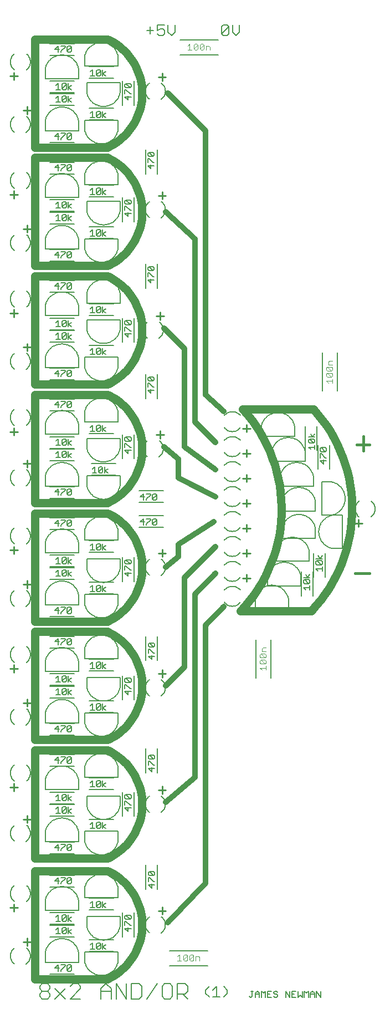
<source format=gto>
G04 Output by ViewMate Deluxe V11.0.9  PentaLogix LLC*
G04 Wed Mar 12 07:53:12 2014*
%FSLAX33Y33*%
%MOMM*%
%IPPOS*%
%ADD14C,0.8128*%
%ADD15C,0.4064*%
%ADD16C,0.127*%
%ADD17C,0.254*%
%ADD18C,0.1016*%
%ADD19C,0.127*%
%ADD107C,1.27*%
%ADD108C,0.1524*%
%ADD109C,0.2032*%

%LPD*%
X0Y0D2*D14*G1X28194Y54381D2*X31052Y57239D1*X31052Y70891*X37084Y66446D2*X34226Y63589D1*X34226Y24219*X28512Y18186*X28194Y36601D2*X32639Y40411D1*X32639Y68351*X35814Y71526*X31052Y70891D2*X35814Y75654D1*X28194Y72479D2*X30099Y74066D1*X30099Y75971*X35496Y79464*X32639Y94704D2*X32639Y122644D1*X28194Y126771*X28512Y144869D2*X34226Y139154D1*X34226Y98831*X37084Y96291*X32639Y94704D2*X35814Y91529D1*X27876Y90894D2*X30099Y88989D1*X30099Y86131*X35814Y83274*X35814Y87401D2*X31052Y90894D1*X31052Y105816*X27876Y108991*D15*X57404Y91211D2*X59309Y91211D1*X58356Y90259D2*X58356Y92481D1*X57086Y71526D2*X59309Y71526D1*D16*X14859Y13678D2*X14823Y13833D1*X14778Y13983*X14724Y14133*X14661Y14277*X14590Y14417*X14508Y14554*X14420Y14686*X14323Y14811*X14221Y14930*X14110Y15042*X13993Y15149*X13868Y15248*X13739Y15337*X13604Y15420*X13465Y15494*X13320Y15560*X13172Y15616*X13023Y15664*X12868Y15702*X12713Y15730*X12555Y15751*X12398Y15761*X12240Y15761*X12083Y15751*X11925Y15730*X11770Y15702*X11615Y15664*X11466Y15616*X11318Y15560*X11173Y15494*X11034Y15420*X10899Y15337*X10770Y15248*X10645Y15149*X10528Y15042*X10417Y14930*X10315Y14811*X10218Y14686*X10130Y14554*X10048Y14417*X9977Y14277*X9914Y14133*X9860Y13983*X9815Y13833*X9779Y13678*X9779Y12154*X14859Y12154*X15812Y12217D2*X15847Y12062D1*X15893Y11913*X15946Y11763*X16010Y11618*X16081Y11478*X16162Y11341*X16251Y11209*X16347Y11085*X16449Y10965*X16561Y10853*X16678Y10747*X16802Y10648*X16932Y10559*X17066Y10475*X17206Y10401*X17351Y10335*X17498Y10279*X17648Y10231*X17803Y10193*X17958Y10165*X18115Y10145*X18273Y10135*X18430Y10135*X18588Y10145*X18745Y10165*X18900Y10193*X19055Y10231*X19205Y10279*X19352Y10335*X19497Y10401*X19637Y10475*X19771Y10559*X19901Y10648*X20025Y10747*X20142Y10853*X20254Y10965*X20356Y11085*X20452Y11209*X20541Y11341*X20622Y11478*X20693Y11618*X20757Y11763*X20810Y11913*X20856Y12062*X20892Y12217*X20892Y13741*X15812Y13741*X14859Y12154D2*X14859Y13678D1*X15812Y13741D2*X15812Y12217D1*X16129Y17615D2*X16165Y17460D1*X16210Y17310*X16264Y17160*X16327Y17015*X16398Y16876*X16480Y16739*X16568Y16607*X16665Y16482*X16767Y16363*X16878Y16251*X16995Y16144*X17120Y16045*X17249Y15956*X17384Y15872*X17523Y15799*X17668Y15733*X17816Y15677*X17965Y15629*X18120Y15591*X18275Y15563*X18433Y15542*X18590Y15532*X18748Y15532*X18905Y15542*X19063Y15563*X19218Y15591*X19373Y15629*X19522Y15677*X19670Y15733*X19815Y15799*X19954Y15872*X20089Y15956*X20218Y16045*X20343Y16144*X20460Y16251*X20571Y16363*X20673Y16482*X20770Y16607*X20858Y16739*X20940Y16876*X21011Y17015*X21074Y17160*X21128Y17310*X21173Y17460*X21209Y17615*X20892Y23520D2*X20856Y23675D1*X20810Y23825*X20757Y23975*X20693Y24120*X20622Y24260*X20541Y24397*X20452Y24529*X20356Y24653*X20254Y24773*X20142Y24884*X20025Y24991*X19901Y25090*X19771Y25179*X19637Y25263*X19497Y25336*X19352Y25403*X19205Y25458*X19055Y25507*X18900Y25545*X18745Y25573*X18588Y25593*X18430Y25603*X18273Y25603*X18115Y25593*X17958Y25573*X17803Y25545*X17648Y25507*X17498Y25458*X17351Y25403*X17206Y25336*X17066Y25263*X16932Y25179*X16802Y25090*X16678Y24991*X16561Y24884*X16449Y24773*X16347Y24653*X16251Y24529*X16162Y24397*X16081Y24260*X16010Y24120*X15946Y23975*X15893Y23825*X15847Y23675*X15812Y23520*X14859Y21615D2*X14823Y21770D1*X14778Y21920*X14724Y22070*X14661Y22215*X14590Y22355*X14508Y22492*X14420Y22624*X14323Y22748*X14221Y22868*X14110Y22979*X13993Y23086*X13868Y23185*X13739Y23274*X13604Y23358*X13465Y23432*X13320Y23498*X13172Y23553*X13023Y23602*X12868Y23640*X12713Y23668*X12555Y23688*X12398Y23698*X12240Y23698*X12083Y23688*X11925Y23668*X11770Y23640*X11615Y23602*X11466Y23553*X11318Y23498*X11173Y23432*X11034Y23358*X10899Y23274*X10770Y23185*X10645Y23086*X10528Y22979*X10417Y22868*X10315Y22748*X10218Y22624*X10130Y22492*X10048Y22355*X9977Y22215*X9914Y22070*X9860Y21920*X9815Y21770*X9779Y21615*X9779Y20091*X14859Y20091*X14859Y21615*X16129Y17615D2*X16129Y19139D1*X21209Y19139*X21209Y17615*X20892Y23520D2*X20892Y21996D1*X15812Y21996*X15812Y23520*X14859Y32093D2*X14823Y32248D1*X14778Y32398*X14724Y32548*X14661Y32692*X14590Y32832*X14508Y32969*X14420Y33101*X14323Y33226*X14221Y33345*X14110Y33457*X13993Y33564*X13868Y33663*X13739Y33752*X13604Y33835*X13465Y33909*X13320Y33975*X13172Y34031*X13023Y34079*X12868Y34117*X12713Y34145*X12555Y34166*X12398Y34176*X12240Y34176*X12083Y34166*X11925Y34145*X11770Y34117*X11615Y34079*X11466Y34031*X11318Y33975*X11173Y33909*X11034Y33835*X10899Y33752*X10770Y33663*X10645Y33564*X10528Y33457*X10417Y33345*X10315Y33226*X10218Y33101*X10130Y32969*X10048Y32832*X9977Y32692*X9914Y32548*X9860Y32398*X9815Y32248*X9779Y32093*X9779Y30569*X14859Y30569*X15812Y30632D2*X15847Y30477D1*X15893Y30328*X15946Y30178*X16010Y30033*X16081Y29893*X16162Y29756*X16251Y29624*X16347Y29500*X16449Y29380*X16561Y29268*X16678Y29162*X16802Y29063*X16932Y28974*X17066Y28890*X17206Y28816*X17351Y28750*X17498Y28694*X17648Y28646*X17803Y28608*X17958Y28580*X18115Y28560*X18273Y28550*X18430Y28550*X18588Y28560*X18745Y28580*X18900Y28608*X19055Y28646*X19205Y28694*X19352Y28750*X19497Y28816*X19637Y28890*X19771Y28974*X19901Y29063*X20025Y29162*X20142Y29268*X20254Y29380*X20356Y29500*X20452Y29624*X20541Y29756*X20622Y29893*X20693Y30033*X20757Y30178*X20810Y30328*X20856Y30477*X20892Y30632*X20892Y32156*X15812Y32156*X14859Y30569D2*X14859Y32093D1*X15812Y32156D2*X15812Y30632D1*X16129Y36030D2*X16165Y35875D1*X16210Y35725*X16264Y35575*X16327Y35430*X16398Y35291*X16480Y35154*X16568Y35022*X16665Y34897*X16767Y34778*X16878Y34666*X16995Y34559*X17120Y34460*X17249Y34371*X17384Y34287*X17523Y34214*X17668Y34148*X17816Y34092*X17965Y34044*X18120Y34006*X18275Y33978*X18433Y33957*X18590Y33947*X18748Y33947*X18905Y33957*X19063Y33978*X19218Y34006*X19373Y34044*X19522Y34092*X19670Y34148*X19815Y34214*X19954Y34287*X20089Y34371*X20218Y34460*X20343Y34559*X20460Y34666*X20571Y34778*X20673Y34897*X20770Y35022*X20858Y35154*X20940Y35291*X21011Y35430*X21074Y35575*X21128Y35725*X21173Y35875*X21209Y36030*X20892Y41935D2*X20856Y42090D1*X20810Y42240*X20757Y42390*X20693Y42535*X20622Y42675*X20541Y42812*X20452Y42944*X20356Y43068*X20254Y43188*X20142Y43299*X20025Y43406*X19901Y43505*X19771Y43594*X19637Y43678*X19497Y43752*X19352Y43818*X19205Y43873*X19055Y43922*X18900Y43960*X18745Y43988*X18588Y44008*X18430Y44018*X18273Y44018*X18115Y44008*X17958Y43988*X17803Y43960*X17648Y43922*X17498Y43873*X17351Y43818*X17206Y43752*X17066Y43678*X16932Y43594*X16802Y43505*X16678Y43406*X16561Y43299*X16449Y43188*X16347Y43068*X16251Y42944*X16162Y42812*X16081Y42675*X16010Y42535*X15946Y42390*X15893Y42240*X15847Y42090*X15812Y41935*X14859Y40030D2*X14823Y40185D1*X14778Y40335*X14724Y40485*X14661Y40630*X14590Y40770*X14508Y40907*X14420Y41039*X14323Y41163*X14221Y41283*X14110Y41394*X13993Y41501*X13868Y41600*X13739Y41689*X13604Y41773*X13465Y41846*X13320Y41913*X13172Y41968*X13023Y42017*X12868Y42055*X12713Y42083*X12555Y42103*X12398Y42113*X12240Y42113*X12083Y42103*X11925Y42083*X11770Y42055*X11615Y42017*X11466Y41968*X11318Y41913*X11173Y41846*X11034Y41773*X10899Y41689*X10770Y41600*X10645Y41501*X10528Y41394*X10417Y41283*X10315Y41163*X10218Y41039*X10130Y40907*X10048Y40770*X9977Y40630*X9914Y40485*X9860Y40335*X9815Y40185*X9779Y40030*X9779Y38506*X14859Y38506*X14859Y40030*X16129Y36030D2*X16129Y37554D1*X21209Y37554*X21209Y36030*X20892Y41935D2*X20892Y40411D1*X15812Y40411*X15812Y41935*X16129Y108737D2*X16165Y108582D1*X16210Y108433*X16264Y108283*X16327Y108138*X16398Y107998*X16480Y107861*X16568Y107729*X16665Y107605*X16767Y107485*X16878Y107373*X16995Y107267*X17120Y107168*X17249Y107079*X17384Y106995*X17523Y106921*X17668Y106855*X17816Y106799*X17965Y106751*X18120Y106713*X18275Y106685*X18433Y106665*X18590Y106655*X18748Y106655*X18905Y106665*X19063Y106685*X19218Y106713*X19373Y106751*X19522Y106799*X19670Y106855*X19815Y106921*X19954Y106995*X20089Y107079*X20218Y107168*X20343Y107267*X20460Y107373*X20571Y107485*X20673Y107605*X20770Y107729*X20858Y107861*X20940Y107998*X21011Y108138*X21074Y108283*X21128Y108433*X21173Y108582*X21209Y108737*X21209Y114325D2*X21173Y114480D1*X21128Y114630*X21074Y114780*X21011Y114925*X20940Y115065*X20858Y115202*X20770Y115334*X20673Y115458*X20571Y115578*X20460Y115689*X20343Y115796*X20218Y115895*X20089Y115984*X19954Y116068*X19815Y116142*X19670Y116208*X19522Y116263*X19373Y116312*X19218Y116350*X19063Y116378*X18905Y116398*X18748Y116408*X18590Y116408*X18433Y116398*X18275Y116378*X18120Y116350*X17965Y116312*X17816Y116263*X17668Y116208*X17523Y116142*X17384Y116068*X17249Y115984*X17120Y115895*X16995Y115796*X16878Y115689*X16767Y115578*X16665Y115458*X16568Y115334*X16480Y115202*X16398Y115065*X16327Y114925*X16264Y114780*X16210Y114630*X16165Y114480*X16129Y114325*X16129Y144932D2*X16165Y144777D1*X16210Y144628*X16264Y144478*X16327Y144333*X16398Y144193*X16480Y144056*X16568Y143924*X16665Y143800*X16767Y143680*X16878Y143568*X16995Y143462*X17120Y143363*X17249Y143274*X17384Y143190*X17523Y143116*X17668Y143050*X17816Y142994*X17965Y142946*X18120Y142908*X18275Y142880*X18433Y142860*X18590Y142850*X18748Y142850*X18905Y142860*X19063Y142880*X19218Y142908*X19373Y142946*X19522Y142994*X19670Y143050*X19815Y143116*X19954Y143190*X20089Y143274*X20218Y143363*X20343Y143462*X20460Y143568*X20571Y143680*X20673Y143800*X20770Y143924*X20858Y144056*X20940Y144193*X21011Y144333*X21074Y144478*X21128Y144628*X21173Y144777*X21209Y144932*X20892Y150520D2*X20856Y150675D1*X20810Y150825*X20757Y150975*X20693Y151120*X20622Y151260*X20541Y151397*X20452Y151529*X20356Y151653*X20254Y151773*X20142Y151884*X20025Y151991*X19901Y152090*X19771Y152179*X19637Y152263*X19497Y152336*X19352Y152403*X19205Y152458*X19055Y152507*X18900Y152545*X18745Y152573*X18588Y152593*X18430Y152603*X18273Y152603*X18115Y152593*X17958Y152573*X17803Y152545*X17648Y152507*X17498Y152458*X17351Y152403*X17206Y152336*X17066Y152263*X16932Y152179*X16802Y152090*X16678Y151991*X16561Y151884*X16449Y151773*X16347Y151653*X16251Y151529*X16162Y151397*X16081Y151260*X16010Y151120*X15946Y150975*X15893Y150825*X15847Y150675*X15812Y150520*X14859Y148615D2*X14823Y148770D1*X14778Y148920*X14724Y149070*X14661Y149215*X14590Y149355*X14508Y149492*X14420Y149624*X14323Y149748*X14221Y149868*X14110Y149979*X13993Y150086*X13868Y150185*X13739Y150274*X13604Y150358*X13465Y150432*X13320Y150498*X13172Y150553*X13023Y150602*X12868Y150640*X12713Y150668*X12555Y150688*X12398Y150698*X12240Y150698*X12083Y150688*X11925Y150668*X11770Y150640*X11615Y150602*X11466Y150553*X11318Y150498*X11173Y150432*X11034Y150358*X10899Y150274*X10770Y150185*X10645Y150086*X10528Y149979*X10417Y149868*X10315Y149748*X10218Y149624*X10130Y149492*X10048Y149355*X9977Y149215*X9914Y149070*X9860Y148920*X9815Y148770*X9779Y148615*X9779Y140678D2*X9815Y140833D1*X9860Y140983*X9914Y141133*X9977Y141277*X10048Y141417*X10130Y141554*X10218Y141686*X10315Y141811*X10417Y141930*X10528Y142042*X10645Y142149*X10770Y142248*X10899Y142337*X11034Y142420*X11173Y142494*X11318Y142560*X11466Y142616*X11615Y142664*X11770Y142702*X11925Y142730*X12083Y142751*X12240Y142761*X12398Y142761*X12555Y142751*X12713Y142730*X12868Y142702*X13023Y142664*X13172Y142616*X13320Y142560*X13465Y142494*X13604Y142420*X13739Y142337*X13868Y142248*X13993Y142149*X14110Y142042*X14221Y141930*X14323Y141811*X14420Y141686*X14508Y141554*X14590Y141417*X14661Y141277*X14724Y141133*X14778Y140983*X14823Y140833*X14859Y140678*X15812Y139217D2*X15847Y139062D1*X15893Y138913*X15946Y138763*X16010Y138618*X16081Y138478*X16162Y138341*X16251Y138209*X16347Y138085*X16449Y137965*X16561Y137853*X16678Y137747*X16802Y137648*X16932Y137559*X17066Y137475*X17206Y137401*X17351Y137335*X17498Y137279*X17648Y137231*X17803Y137193*X17958Y137165*X18115Y137145*X18273Y137135*X18430Y137135*X18588Y137145*X18745Y137165*X18900Y137193*X19055Y137231*X19205Y137279*X19352Y137335*X19497Y137401*X19637Y137475*X19771Y137559*X19901Y137648*X20025Y137747*X20142Y137853*X20254Y137965*X20356Y138085*X20452Y138209*X20541Y138341*X20622Y138478*X20693Y138618*X20757Y138763*X20810Y138913*X20856Y139062*X20892Y139217*X20892Y140741*X15812Y140741*X16129Y144932D2*X16129Y146456D1*X21209Y146456*X21209Y144932*X20892Y150520D2*X20892Y148996D1*X15812Y148996*X15812Y150520*X14859Y148615D2*X14859Y147091D1*X9779Y147091*X9779Y148615*X9779Y140678D2*X9779Y139154D1*X14859Y139154*X15812Y140741D2*X15812Y139217D1*X14859Y139154D2*X14859Y140678D1*X16129Y126835D2*X16165Y126680D1*X16210Y126530*X16264Y126380*X16327Y126235*X16398Y126096*X16480Y125959*X16568Y125827*X16665Y125702*X16767Y125583*X16878Y125471*X16995Y125364*X17120Y125265*X17249Y125176*X17384Y125092*X17523Y125019*X17668Y124953*X17816Y124897*X17965Y124849*X18120Y124811*X18275Y124783*X18433Y124762*X18590Y124752*X18748Y124752*X18905Y124762*X19063Y124783*X19218Y124811*X19373Y124849*X19522Y124897*X19670Y124953*X19815Y125019*X19954Y125092*X20089Y125176*X20218Y125265*X20343Y125364*X20460Y125471*X20571Y125583*X20673Y125702*X20770Y125827*X20858Y125959*X20940Y126096*X21011Y126235*X21074Y126380*X21128Y126530*X21173Y126680*X21209Y126835*X20892Y132423D2*X20856Y132578D1*X20810Y132728*X20757Y132878*X20693Y133022*X20622Y133162*X20541Y133299*X20452Y133431*X20356Y133556*X20254Y133675*X20142Y133787*X20025Y133894*X19901Y133993*X19771Y134082*X19637Y134165*X19497Y134239*X19352Y134305*X19205Y134361*X19055Y134409*X18900Y134447*X18745Y134475*X18588Y134496*X18430Y134506*X18273Y134506*X18115Y134496*X17958Y134475*X17803Y134447*X17648Y134409*X17498Y134361*X17351Y134305*X17206Y134239*X17066Y134165*X16932Y134082*X16802Y133993*X16678Y133894*X16561Y133787*X16449Y133675*X16347Y133556*X16251Y133431*X16162Y133299*X16081Y133162*X16010Y133022*X15946Y132878*X15893Y132728*X15847Y132578*X15812Y132423*X14859Y130518D2*X14823Y130673D1*X14778Y130823*X14724Y130973*X14661Y131117*X14590Y131257*X14508Y131394*X14420Y131526*X14323Y131651*X14221Y131770*X14110Y131882*X13993Y131989*X13868Y132088*X13739Y132177*X13604Y132260*X13465Y132334*X13320Y132400*X13172Y132456*X13023Y132504*X12868Y132542*X12713Y132570*X12555Y132591*X12398Y132601*X12240Y132601*X12083Y132591*X11925Y132570*X11770Y132542*X11615Y132504*X11466Y132456*X11318Y132400*X11173Y132334*X11034Y132260*X10899Y132177*X10770Y132088*X10645Y131989*X10528Y131882*X10417Y131770*X10315Y131651*X10218Y131526*X10130Y131394*X10048Y131257*X9977Y131117*X9914Y130973*X9860Y130823*X9815Y130673*X9779Y130518*X9779Y122580D2*X9815Y122735D1*X9860Y122885*X9914Y123035*X9977Y123180*X10048Y123320*X10130Y123457*X10218Y123589*X10315Y123713*X10417Y123833*X10528Y123944*X10645Y124051*X10770Y124150*X10899Y124239*X11034Y124323*X11173Y124396*X11318Y124463*X11466Y124518*X11615Y124567*X11770Y124605*X11925Y124633*X12083Y124653*X12240Y124663*X12398Y124663*X12555Y124653*X12713Y124633*X12868Y124605*X13023Y124567*X13172Y124518*X13320Y124463*X13465Y124396*X13604Y124323*X13739Y124239*X13868Y124150*X13993Y124051*X14110Y123944*X14221Y123833*X14323Y123713*X14420Y123589*X14508Y123457*X14590Y123320*X14661Y123180*X14724Y123035*X14778Y122885*X14823Y122735*X14859Y122580*X15812Y121120D2*X15847Y120965D1*X15893Y120815*X15946Y120665*X16010Y120520*X16081Y120381*X16162Y120244*X16251Y120112*X16347Y119987*X16449Y119868*X16561Y119756*X16678Y119649*X16802Y119550*X16932Y119461*X17066Y119377*X17206Y119304*X17351Y119238*X17498Y119182*X17648Y119134*X17803Y119096*X17958Y119068*X18115Y119047*X18273Y119037*X18430Y119037*X18588Y119047*X18745Y119068*X18900Y119096*X19055Y119134*X19205Y119182*X19352Y119238*X19497Y119304*X19637Y119377*X19771Y119461*X19901Y119550*X20025Y119649*X20142Y119756*X20254Y119868*X20356Y119987*X20452Y120112*X20541Y120244*X20622Y120381*X20693Y120520*X20757Y120665*X20810Y120815*X20856Y120965*X20892Y121120*X20892Y122644*X15812Y122644*X16129Y126835D2*X16129Y128359D1*X21209Y128359*X21209Y126835*X20892Y132423D2*X20892Y130899D1*X15812Y130899*X15812Y132423*X14859Y130518D2*X14859Y128994D1*X9779Y128994*X9779Y130518*X9779Y122580D2*X9779Y121056D1*X14859Y121056*X15812Y122644D2*X15812Y121120D1*X14859Y121056D2*X14859Y122580D1*X14859Y112420D2*X14823Y112575D1*X14778Y112725*X14724Y112875*X14661Y113020*X14590Y113160*X14508Y113297*X14420Y113429*X14323Y113553*X14221Y113673*X14110Y113784*X13993Y113891*X13868Y113990*X13739Y114079*X13604Y114163*X13465Y114236*X13320Y114303*X13172Y114358*X13023Y114407*X12868Y114445*X12713Y114473*X12555Y114493*X12398Y114503*X12240Y114503*X12083Y114493*X11925Y114473*X11770Y114445*X11615Y114407*X11466Y114358*X11318Y114303*X11173Y114236*X11034Y114163*X10899Y114079*X10770Y113990*X10645Y113891*X10528Y113784*X10417Y113673*X10315Y113553*X10218Y113429*X10130Y113297*X10048Y113160*X9977Y113020*X9914Y112875*X9860Y112725*X9815Y112575*X9779Y112420*X9779Y104483D2*X9815Y104638D1*X9860Y104788*X9914Y104938*X9977Y105082*X10048Y105222*X10130Y105359*X10218Y105491*X10315Y105616*X10417Y105735*X10528Y105847*X10645Y105954*X10770Y106053*X10899Y106142*X11034Y106225*X11173Y106299*X11318Y106365*X11466Y106421*X11615Y106469*X11770Y106507*X11925Y106535*X12083Y106556*X12240Y106566*X12398Y106566*X12555Y106556*X12713Y106535*X12868Y106507*X13023Y106469*X13172Y106421*X13320Y106365*X13465Y106299*X13604Y106225*X13739Y106142*X13868Y106053*X13993Y105954*X14110Y105847*X14221Y105735*X14323Y105616*X14420Y105491*X14508Y105359*X14590Y105222*X14661Y105082*X14724Y104938*X14778Y104788*X14823Y104638*X14859Y104483*X15812Y103022D2*X15847Y102867D1*X15893Y102718*X15946Y102568*X16010Y102423*X16081Y102283*X16162Y102146*X16251Y102014*X16347Y101890*X16449Y101770*X16561Y101658*X16678Y101552*X16802Y101453*X16932Y101364*X17066Y101280*X17206Y101206*X17351Y101140*X17498Y101084*X17648Y101036*X17803Y100998*X17958Y100970*X18115Y100950*X18273Y100940*X18430Y100940*X18588Y100950*X18745Y100970*X18900Y100998*X19055Y101036*X19205Y101084*X19352Y101140*X19497Y101206*X19637Y101280*X19771Y101364*X19901Y101453*X20025Y101552*X20142Y101658*X20254Y101770*X20356Y101890*X20452Y102014*X20541Y102146*X20622Y102283*X20693Y102423*X20757Y102568*X20810Y102718*X20856Y102867*X20892Y103022*X20892Y104546*X15812Y104546*X16129Y108737D2*X16129Y110261D1*X21209Y110261*X21209Y108737*X21209Y114325D2*X21209Y112801D1*X16129Y112801*X16129Y114325*X14859Y112420D2*X14859Y110896D1*X9779Y110896*X9779Y112420*X9779Y104483D2*X9779Y102959D1*X14859Y102959*X15812Y104546D2*X15812Y103022D1*X14859Y102959D2*X14859Y104483D1*X16129Y90640D2*X16165Y90485D1*X16210Y90335*X16264Y90185*X16327Y90040*X16398Y89901*X16480Y89764*X16568Y89632*X16665Y89507*X16767Y89388*X16878Y89276*X16995Y89169*X17120Y89070*X17249Y88981*X17384Y88897*X17523Y88824*X17668Y88758*X17816Y88702*X17965Y88654*X18120Y88616*X18275Y88588*X18433Y88567*X18590Y88557*X18748Y88557*X18905Y88567*X19063Y88588*X19218Y88616*X19373Y88654*X19522Y88702*X19670Y88758*X19815Y88824*X19954Y88897*X20089Y88981*X20218Y89070*X20343Y89169*X20460Y89276*X20571Y89388*X20673Y89507*X20770Y89632*X20858Y89764*X20940Y89901*X21011Y90040*X21074Y90185*X21128Y90335*X21173Y90485*X21209Y90640*X20892Y96228D2*X20856Y96383D1*X20810Y96533*X20757Y96683*X20693Y96827*X20622Y96967*X20541Y97104*X20452Y97236*X20356Y97361*X20254Y97480*X20142Y97592*X20025Y97699*X19901Y97798*X19771Y97887*X19637Y97970*X19497Y98044*X19352Y98110*X19205Y98166*X19055Y98214*X18900Y98252*X18745Y98280*X18588Y98301*X18430Y98311*X18273Y98311*X18115Y98301*X17958Y98280*X17803Y98252*X17648Y98214*X17498Y98166*X17351Y98110*X17206Y98044*X17066Y97970*X16932Y97887*X16802Y97798*X16678Y97699*X16561Y97592*X16449Y97480*X16347Y97361*X16251Y97236*X16162Y97104*X16081Y96967*X16010Y96827*X15946Y96683*X15893Y96533*X15847Y96383*X15812Y96228*X14859Y94323D2*X14823Y94478D1*X14778Y94628*X14724Y94778*X14661Y94922*X14590Y95062*X14508Y95199*X14420Y95331*X14323Y95456*X14221Y95575*X14110Y95687*X13993Y95794*X13868Y95893*X13739Y95982*X13604Y96065*X13465Y96139*X13320Y96205*X13172Y96261*X13023Y96309*X12868Y96347*X12713Y96375*X12555Y96396*X12398Y96406*X12240Y96406*X12083Y96396*X11925Y96375*X11770Y96347*X11615Y96309*X11466Y96261*X11318Y96205*X11173Y96139*X11034Y96065*X10899Y95982*X10770Y95893*X10645Y95794*X10528Y95687*X10417Y95575*X10315Y95456*X10218Y95331*X10130Y95199*X10048Y95062*X9977Y94922*X9914Y94778*X9860Y94628*X9815Y94478*X9779Y94323*X9779Y86385D2*X9815Y86540D1*X9860Y86690*X9914Y86840*X9977Y86985*X10048Y87125*X10130Y87262*X10218Y87394*X10315Y87518*X10417Y87638*X10528Y87749*X10645Y87856*X10770Y87955*X10899Y88044*X11034Y88128*X11173Y88202*X11318Y88268*X11466Y88323*X11615Y88372*X11770Y88410*X11925Y88438*X12083Y88458*X12240Y88468*X12398Y88468*X12555Y88458*X12713Y88438*X12868Y88410*X13023Y88372*X13172Y88323*X13320Y88268*X13465Y88202*X13604Y88128*X13739Y88044*X13868Y87955*X13993Y87856*X14110Y87749*X14221Y87638*X14323Y87518*X14420Y87394*X14508Y87262*X14590Y87125*X14661Y86985*X14724Y86840*X14778Y86690*X14823Y86540*X14859Y86385*X14859Y84861*X16129Y84925D2*X16165Y84770D1*X16210Y84620*X16264Y84470*X16327Y84325*X16398Y84186*X16480Y84049*X16568Y83917*X16665Y83792*X16767Y83673*X16878Y83561*X16995Y83454*X17120Y83355*X17249Y83266*X17384Y83182*X17523Y83109*X17668Y83043*X17816Y82987*X17965Y82939*X18120Y82901*X18275Y82873*X18433Y82852*X18590Y82842*X18748Y82842*X18905Y82852*X19063Y82873*X19218Y82901*X19373Y82939*X19522Y82987*X19670Y83043*X19815Y83109*X19954Y83182*X20089Y83266*X20218Y83355*X20343Y83454*X20460Y83561*X20571Y83673*X20673Y83792*X20770Y83917*X20858Y84049*X20940Y84186*X21011Y84325*X21074Y84470*X21128Y84620*X21173Y84770*X21209Y84925*X21209Y86449*X16129Y86449*X16129Y84925*X16129Y90640D2*X16129Y92164D1*X21209Y92164*X21209Y90640*X20892Y96228D2*X20892Y94704D1*X15812Y94704*X15812Y96228*X14859Y94323D2*X14859Y92799D1*X9779Y92799*X9779Y94323*X9779Y86385D2*X9779Y84861D1*X14859Y84861*X14859Y68288D2*X14823Y68443D1*X14778Y68593*X14724Y68743*X14661Y68887*X14590Y69027*X14508Y69164*X14420Y69296*X14323Y69421*X14221Y69540*X14110Y69652*X13993Y69759*X13868Y69858*X13739Y69947*X13604Y70030*X13465Y70104*X13320Y70170*X13172Y70226*X13023Y70274*X12868Y70312*X12713Y70340*X12555Y70361*X12398Y70371*X12240Y70371*X12083Y70361*X11925Y70340*X11770Y70312*X11615Y70274*X11466Y70226*X11318Y70170*X11173Y70104*X11034Y70030*X10899Y69947*X10770Y69858*X10645Y69759*X10528Y69652*X10417Y69540*X10315Y69421*X10218Y69296*X10130Y69164*X10048Y69027*X9977Y68887*X9914Y68743*X9860Y68593*X9815Y68443*X9779Y68288*X9779Y66764*X14859Y66764*X20892Y60033D2*X20856Y60188D1*X20810Y60338*X20757Y60488*X20693Y60632*X20622Y60772*X20541Y60909*X20452Y61041*X20356Y61166*X20254Y61285*X20142Y61397*X20025Y61504*X19901Y61603*X19771Y61692*X19637Y61775*X19497Y61849*X19352Y61915*X19205Y61971*X19055Y62019*X18900Y62057*X18745Y62085*X18588Y62106*X18430Y62116*X18273Y62116*X18115Y62106*X17958Y62085*X17803Y62057*X17648Y62019*X17498Y61971*X17351Y61915*X17206Y61849*X17066Y61775*X16932Y61692*X16802Y61603*X16678Y61504*X16561Y61397*X16449Y61285*X16347Y61166*X16251Y61041*X16162Y60909*X16081Y60772*X16010Y60632*X15946Y60488*X15893Y60338*X15847Y60188*X15812Y60033*X16129Y54127D2*X16165Y53972D1*X16210Y53823*X16264Y53673*X16327Y53528*X16398Y53388*X16480Y53251*X16568Y53119*X16665Y52995*X16767Y52875*X16878Y52763*X16995Y52657*X17120Y52558*X17249Y52469*X17384Y52385*X17523Y52311*X17668Y52245*X17816Y52189*X17965Y52141*X18120Y52103*X18275Y52075*X18433Y52055*X18590Y52045*X18748Y52045*X18905Y52055*X19063Y52075*X19218Y52103*X19373Y52141*X19522Y52189*X19670Y52245*X19815Y52311*X19954Y52385*X20089Y52469*X20218Y52558*X20343Y52657*X20460Y52763*X20571Y52875*X20673Y52995*X20770Y53119*X20858Y53251*X20940Y53388*X21011Y53528*X21074Y53673*X21128Y53823*X21173Y53972*X21209Y54127*X20892Y48730D2*X20856Y48575D1*X20810Y48425*X20757Y48275*X20693Y48130*X20622Y47991*X20541Y47854*X20452Y47722*X20356Y47597*X20254Y47478*X20142Y47366*X20025Y47259*X19901Y47160*X19771Y47071*X19637Y46987*X19497Y46914*X19352Y46848*X19205Y46792*X19055Y46744*X18900Y46706*X18745Y46678*X18588Y46657*X18430Y46647*X18273Y46647*X18115Y46657*X17958Y46678*X17803Y46706*X17648Y46744*X17498Y46792*X17351Y46848*X17206Y46914*X17066Y46987*X16932Y47071*X16802Y47160*X16678Y47259*X16561Y47366*X16449Y47478*X16347Y47597*X16251Y47722*X16162Y47854*X16081Y47991*X16010Y48130*X15946Y48275*X15893Y48425*X15847Y48575*X15812Y48730*X14859Y50190D2*X14823Y50345D1*X14778Y50495*X14724Y50645*X14661Y50790*X14590Y50930*X14508Y51067*X14420Y51199*X14323Y51323*X14221Y51443*X14110Y51554*X13993Y51661*X13868Y51760*X13739Y51849*X13604Y51933*X13465Y52006*X13320Y52073*X13172Y52128*X13023Y52177*X12868Y52215*X12713Y52243*X12555Y52263*X12398Y52273*X12240Y52273*X12083Y52263*X11925Y52243*X11770Y52215*X11615Y52177*X11466Y52128*X11318Y52073*X11173Y52006*X11034Y51933*X10899Y51849*X10770Y51760*X10645Y51661*X10528Y51554*X10417Y51443*X10315Y51323*X10218Y51199*X10130Y51067*X10048Y50930*X9977Y50790*X9914Y50645*X9860Y50495*X9815Y50345*X9779Y50190*X9779Y48666*X14859Y48666*X14859Y50190*X15812Y48730D2*X15812Y50254D1*X20892Y50254*X20892Y48730*X21209Y54127D2*X21209Y55651D1*X16129Y55651*X16129Y54127*X14859Y58128D2*X14823Y58283D1*X14778Y58433*X14724Y58583*X14661Y58727*X14590Y58867*X14508Y59004*X14420Y59136*X14323Y59261*X14221Y59380*X14110Y59492*X13993Y59599*X13868Y59698*X13739Y59787*X13604Y59870*X13465Y59944*X13320Y60010*X13172Y60066*X13023Y60114*X12868Y60152*X12713Y60180*X12555Y60201*X12398Y60211*X12240Y60211*X12083Y60201*X11925Y60180*X11770Y60152*X11615Y60114*X11466Y60066*X11318Y60010*X11173Y59944*X11034Y59870*X10899Y59787*X10770Y59698*X10645Y59599*X10528Y59492*X10417Y59380*X10315Y59261*X10218Y59136*X10130Y59004*X10048Y58867*X9977Y58727*X9914Y58583*X9860Y58433*X9815Y58283*X9779Y58128*X9779Y56604*X14859Y56604*X14859Y58128*X15812Y60033D2*X15812Y58509D1*X20892Y58509*X20892Y60033*X20892Y66827D2*X20856Y66672D1*X20810Y66523*X20757Y66373*X20693Y66228*X20622Y66088*X20541Y65951*X20452Y65819*X20356Y65695*X20254Y65575*X20142Y65463*X20025Y65357*X19901Y65258*X19771Y65169*X19637Y65085*X19497Y65011*X19352Y64945*X19205Y64889*X19055Y64841*X18900Y64803*X18745Y64775*X18588Y64755*X18430Y64745*X18273Y64745*X18115Y64755*X17958Y64775*X17803Y64803*X17648Y64841*X17498Y64889*X17351Y64945*X17206Y65011*X17066Y65085*X16932Y65169*X16802Y65258*X16678Y65357*X16561Y65463*X16449Y65575*X16347Y65695*X16251Y65819*X16162Y65951*X16081Y66088*X16010Y66228*X15946Y66373*X15893Y66523*X15847Y66672*X15812Y66827*X16129Y72225D2*X16165Y72070D1*X16210Y71920*X16264Y71770*X16327Y71625*X16398Y71486*X16480Y71349*X16568Y71217*X16665Y71092*X16767Y70973*X16878Y70861*X16995Y70754*X17120Y70655*X17249Y70566*X17384Y70482*X17523Y70409*X17668Y70343*X17816Y70287*X17965Y70239*X18120Y70201*X18275Y70173*X18433Y70152*X18590Y70142*X18748Y70142*X18905Y70152*X19063Y70173*X19218Y70201*X19373Y70239*X19522Y70287*X19670Y70343*X19815Y70409*X19954Y70482*X20089Y70566*X20218Y70655*X20343Y70754*X20460Y70861*X20571Y70973*X20673Y71092*X20770Y71217*X20858Y71349*X20940Y71486*X21011Y71625*X21074Y71770*X21128Y71920*X21173Y72070*X21209Y72225*X20892Y66827D2*X20892Y68351D1*X15812Y68351*X14859Y66764D2*X14859Y68288D1*X15812Y68351D2*X15812Y66827D1*X14859Y76225D2*X14823Y76380D1*X14778Y76530*X14724Y76680*X14661Y76825*X14590Y76965*X14508Y77102*X14420Y77234*X14323Y77358*X14221Y77478*X14110Y77589*X13993Y77696*X13868Y77795*X13739Y77884*X13604Y77968*X13465Y78042*X13320Y78108*X13172Y78163*X13023Y78212*X12868Y78250*X12713Y78278*X12555Y78298*X12398Y78308*X12240Y78308*X12083Y78298*X11925Y78278*X11770Y78250*X11615Y78212*X11466Y78163*X11318Y78108*X11173Y78042*X11034Y77968*X10899Y77884*X10770Y77795*X10645Y77696*X10528Y77589*X10417Y77478*X10315Y77358*X10218Y77234*X10130Y77102*X10048Y76965*X9977Y76825*X9914Y76680*X9860Y76530*X9815Y76380*X9779Y76225*X9779Y74701*X14859Y74701*X15812Y78130D2*X15847Y78285D1*X15893Y78435*X15946Y78585*X16010Y78730*X16081Y78870*X16162Y79007*X16251Y79139*X16347Y79263*X16449Y79383*X16561Y79494*X16678Y79601*X16802Y79700*X16932Y79789*X17066Y79873*X17206Y79946*X17351Y80013*X17498Y80068*X17648Y80117*X17803Y80155*X17958Y80183*X18115Y80203*X18273Y80213*X18430Y80213*X18588Y80203*X18745Y80183*X18900Y80155*X19055Y80117*X19205Y80068*X19352Y80013*X19497Y79946*X19637Y79873*X19771Y79789*X19901Y79700*X20025Y79601*X20142Y79494*X20254Y79383*X20356Y79263*X20452Y79139*X20541Y79007*X20622Y78870*X20693Y78730*X20757Y78585*X20810Y78435*X20856Y78285*X20892Y78130*X20892Y76606*X15812Y76606*X15812Y78130*X14859Y74701D2*X14859Y76225D1*X16129Y72225D2*X16129Y73749D1*X21209Y73749*X21209Y72225*X48832Y71145D2*X48796Y71300D1*X48750Y71450*X48697Y71600*X48633Y71745*X48562Y71885*X48481Y72022*X48392Y72154*X48296Y72278*X48194Y72398*X48082Y72509*X47965Y72616*X47841Y72715*X47711Y72804*X47577Y72888*X47437Y72962*X47292Y73028*X47145Y73083*X46995Y73132*X46840Y73170*X46685Y73198*X46528Y73218*X46370Y73228*X46213Y73228*X46055Y73218*X45898Y73198*X45743Y73170*X45588Y73132*X45438Y73083*X45291Y73028*X45146Y72962*X45006Y72888*X44872Y72804*X44742Y72715*X44618Y72616*X44501Y72509*X44389Y72398*X44287Y72278*X44191Y72154*X44102Y72022*X44021Y71885*X43950Y71745*X43886Y71600*X43833Y71450*X43787Y71300*X43752Y71145*X41846Y67653D2*X41846Y66129D1*X46926Y66129*X46926Y67653*X46891Y67808*X46845Y67958*X46792Y68108*X46728Y68252*X46657Y68392*X46576Y68529*X46487Y68661*X46391Y68786*X46289Y68905*X46177Y69017*X46060Y69124*X45936Y69223*X45806Y69312*X45672Y69395*X45532Y69469*X45387Y69535*X45240Y69591*X45090Y69639*X44935Y69677*X44780Y69705*X44623Y69726*X44465Y69736*X44308Y69736*X44150Y69726*X43993Y69705*X43838Y69677*X43683Y69639*X43533Y69591*X43386Y69535*X43241Y69469*X43101Y69395*X42967Y69312*X42837Y69223*X42713Y69124*X42596Y69017*X42484Y68905*X42382Y68786*X42286Y68661*X42197Y68529*X42116Y68392*X42045Y68252*X41981Y68108*X41928Y67958*X41882Y67808*X41846Y67653*X43752Y71145D2*X43752Y69621D1*X48832Y69621*X48832Y71145*X50102Y74955D2*X50066Y75110D1*X50020Y75260*X49967Y75410*X49903Y75555*X49832Y75695*X49751Y75832*X49662Y75964*X49566Y76088*X49464Y76208*X49352Y76319*X49235Y76426*X49111Y76525*X48981Y76614*X48847Y76698*X48707Y76772*X48562Y76838*X48415Y76893*X48265Y76942*X48110Y76980*X47955Y77008*X47798Y77028*X47640Y77038*X47483Y77038*X47325Y77028*X47168Y77008*X47013Y76980*X46858Y76942*X46708Y76893*X46561Y76838*X46416Y76772*X46276Y76698*X46142Y76614*X46012Y76525*X45888Y76426*X45771Y76319*X45659Y76208*X45557Y76088*X45461Y75964*X45372Y75832*X45291Y75695*X45220Y75555*X45156Y75410*X45103Y75260*X45057Y75110*X45022Y74955*X45974Y78448D2*X46010Y78603D1*X46055Y78753*X46109Y78903*X46172Y79047*X46243Y79187*X46325Y79324*X46413Y79456*X46510Y79581*X46612Y79700*X46723Y79812*X46840Y79919*X46965Y80018*X47094Y80107*X47229Y80190*X47368Y80264*X47513Y80330*X47661Y80386*X47810Y80434*X47965Y80472*X48120Y80500*X48278Y80521*X48435Y80531*X48593Y80531*X48750Y80521*X48908Y80500*X49063Y80472*X49218Y80434*X49367Y80386*X49515Y80330*X49660Y80264*X49799Y80190*X49934Y80107*X50063Y80018*X50188Y79919*X50305Y79812*X50416Y79700*X50518Y79581*X50615Y79456*X50703Y79324*X50785Y79187*X50856Y79047*X50919Y78903*X50973Y78753*X51018Y78603*X51054Y78448*X50102Y74955D2*X50102Y73431D1*X45022Y73431*X45022Y74955*X45974Y78448D2*X45974Y76924D1*X51054Y76924*X51054Y78448*X51054Y82575D2*X51018Y82730D1*X50973Y82880*X50919Y83030*X50856Y83175*X50785Y83315*X50703Y83452*X50615Y83584*X50518Y83708*X50416Y83828*X50305Y83939*X50188Y84046*X50063Y84145*X49934Y84234*X49799Y84318*X49660Y84392*X49515Y84458*X49367Y84513*X49218Y84562*X49063Y84600*X48908Y84628*X48750Y84648*X48593Y84658*X48435Y84658*X48278Y84648*X48120Y84628*X47965Y84600*X47810Y84562*X47661Y84513*X47513Y84458*X47368Y84392*X47229Y84318*X47094Y84234*X46965Y84145*X46840Y84046*X46723Y83939*X46612Y83828*X46510Y83708*X46413Y83584*X46325Y83452*X46243Y83315*X46172Y83175*X46109Y83030*X46055Y82880*X46010Y82730*X45974Y82575*X45656Y86385D2*X45692Y86540D1*X45738Y86690*X45791Y86840*X45855Y86985*X45926Y87125*X46007Y87262*X46096Y87394*X46192Y87518*X46294Y87638*X46406Y87749*X46523Y87856*X46647Y87955*X46777Y88044*X46911Y88128*X47051Y88202*X47196Y88268*X47343Y88323*X47493Y88372*X47648Y88410*X47803Y88438*X47960Y88458*X48118Y88468*X48275Y88468*X48433Y88458*X48590Y88438*X48745Y88410*X48900Y88372*X49050Y88323*X49197Y88268*X49342Y88202*X49482Y88128*X49616Y88044*X49746Y87955*X49870Y87856*X49987Y87749*X50099Y87638*X50201Y87518*X50297Y87394*X50386Y87262*X50467Y87125*X50538Y86985*X50602Y86840*X50655Y86690*X50701Y86540*X50736Y86385*X49466Y90195D2*X49431Y90350D1*X49385Y90500*X49332Y90650*X49268Y90795*X49197Y90935*X49116Y91072*X49027Y91204*X48931Y91328*X48829Y91448*X48717Y91559*X48600Y91666*X48476Y91765*X48346Y91854*X48212Y91938*X48072Y92012*X47927Y92078*X47780Y92133*X47630Y92182*X47475Y92220*X47320Y92248*X47163Y92268*X47005Y92278*X46848Y92278*X46690Y92268*X46533Y92248*X46378Y92220*X46223Y92182*X46073Y92133*X45926Y92078*X45781Y92012*X45641Y91938*X45507Y91854*X45377Y91765*X45253Y91666*X45136Y91559*X45024Y91448*X44922Y91328*X44826Y91204*X44737Y91072*X44656Y90935*X44585Y90795*X44521Y90650*X44468Y90500*X44422Y90350*X44386Y90195*X42799Y94005D2*X42799Y92481D1*X47879Y92481*X47879Y94005*X47843Y94160*X47798Y94310*X47744Y94460*X47681Y94605*X47610Y94745*X47528Y94882*X47440Y95014*X47343Y95138*X47241Y95258*X47130Y95369*X47013Y95476*X46888Y95575*X46759Y95664*X46624Y95748*X46485Y95822*X46340Y95888*X46192Y95943*X46043Y95992*X45888Y96030*X45733Y96058*X45575Y96078*X45418Y96088*X45260Y96088*X45103Y96078*X44945Y96058*X44790Y96030*X44635Y95992*X44486Y95943*X44338Y95888*X44193Y95822*X44054Y95748*X43919Y95664*X43790Y95575*X43665Y95476*X43548Y95369*X43437Y95258*X43335Y95138*X43238Y95014*X43150Y94882*X43068Y94745*X42997Y94605*X42934Y94460*X42880Y94310*X42835Y94160*X42799Y94005*X44386Y90195D2*X44386Y88671D1*X49466Y88671*X49466Y90195*X50736Y86385D2*X50736Y84861D1*X45656Y84861*X45656Y86385*X45974Y82575D2*X45974Y81051D1*X51054Y81051*X51054Y82575*X55182Y80416D2*X55182Y75336D1*X53658Y75336*X53503Y75372*X53353Y75418*X53203Y75471*X53058Y75535*X52918Y75606*X52781Y75687*X52649Y75776*X52525Y75872*X52405Y75974*X52294Y76086*X52187Y76203*X52088Y76327*X51999Y76457*X51915Y76591*X51841Y76731*X51775Y76876*X51719Y77023*X51671Y77173*X51633Y77328*X51605Y77483*X51585Y77640*X51575Y77798*X51575Y77955*X51585Y78113*X51605Y78270*X51633Y78425*X51671Y78580*X51719Y78730*X51775Y78877*X51841Y79022*X51915Y79162*X51999Y79296*X52088Y79426*X52187Y79550*X52294Y79667*X52405Y79779*X52525Y79880*X52649Y79977*X52781Y80066*X52918Y80147*X53058Y80218*X53203Y80282*X53353Y80335*X53503Y80381*X53658Y80416*X53530Y80416D2*X53685Y80452D1*X53835Y80498*X53985Y80551*X54130Y80615*X54270Y80686*X54407Y80767*X54539Y80856*X54663Y80952*X54783Y81054*X54894Y81166*X55001Y81283*X55100Y81407*X55189Y81537*X55273Y81671*X55347Y81811*X55413Y81956*X55469Y82103*X55517Y82253*X55555Y82408*X55583Y82563*X55603Y82720*X55613Y82878*X55613Y83035*X55603Y83193*X55583Y83350*X55555Y83505*X55517Y83660*X55469Y83810*X55413Y83957*X55347Y84102*X55273Y84242*X55189Y84376*X55100Y84506*X55001Y84630*X54894Y84747*X54783Y84859*X54663Y84960*X54539Y85057*X54407Y85146*X54270Y85227*X54130Y85298*X53985Y85362*X53835Y85415*X53685Y85461*X53530Y85496*X52006Y85496*X52006Y80416*X53530Y80416*X55182Y80416D2*X53658Y80416D1*D17*X57658Y79781D2*X57658Y78638D1*X57086Y79210D2*X58230Y79210D1*X39942Y93688D2*X41084Y93688D1*X40513Y93116D2*X40513Y94259D1*X39942Y89878D2*X41084Y89878D1*X40513Y89306D2*X40513Y90449D1*X39942Y86068D2*X41084Y86068D1*X40513Y85496D2*X40513Y86639D1*X39942Y82258D2*X41084Y82258D1*X40513Y81686D2*X40513Y82829D1*X39942Y78448D2*X41084Y78448D1*X40513Y77876D2*X40513Y79019D1*X39942Y74638D2*X41084Y74638D1*X40513Y74066D2*X40513Y75209D1*X39942Y70828D2*X41084Y70828D1*X40513Y70256D2*X40513Y71399D1*X39942Y67018D2*X41084Y67018D1*X40513Y66446D2*X40513Y67589D1*X27051Y20028D2*X28194Y20028D1*X27622Y20599D2*X27622Y19456D1*X27051Y38443D2*X28194Y38443D1*X27622Y39014D2*X27622Y37871D1*X27051Y56223D2*X28194Y56223D1*X27622Y56794D2*X27622Y55651D1*X27051Y74638D2*X28194Y74638D1*X27622Y75209D2*X27622Y74066D1*X26734Y92735D2*X27876Y92735D1*X27305Y93307D2*X27305Y92164D1*X26734Y110833D2*X27876Y110833D1*X27305Y111404D2*X27305Y110261D1*X27051Y129248D2*X28194Y129248D1*X27622Y129819D2*X27622Y128676D1*X27622Y146774D2*X27622Y147917D1*X27051Y147345D2*X28194Y147345D1*X5524Y147472D2*X4382Y147472D1*X4953Y146901D2*X4953Y148044D1*X6414Y142265D2*X7556Y142265D1*X6985Y141694D2*X6985Y142837D1*X5524Y129375D2*X4382Y129375D1*X4953Y128803D2*X4953Y129946D1*X6414Y124168D2*X7556Y124168D1*X6985Y123596D2*X6985Y124739D1*X5524Y111277D2*X4382Y111277D1*X4953Y110706D2*X4953Y111849D1*X6414Y106070D2*X7556Y106070D1*X6985Y105499D2*X6985Y106642D1*X5524Y93180D2*X4382Y93180D1*X4953Y92608D2*X4953Y93751D1*X6414Y88290D2*X7556Y88290D1*X6985Y87719D2*X6985Y88862D1*X5524Y75082D2*X4382Y75082D1*X4953Y74511D2*X4953Y75654D1*X6414Y69875D2*X7556Y69875D1*X6985Y69304D2*X6985Y70447D1*X5524Y56985D2*X4382Y56985D1*X4953Y56413D2*X4953Y57556D1*X6414Y51778D2*X7556Y51778D1*X6985Y51206D2*X6985Y52349D1*X5524Y38887D2*X4382Y38887D1*X4953Y38316D2*X4953Y39459D1*X6414Y33998D2*X7556Y33998D1*X6985Y33426D2*X6985Y34569D1*X5524Y20472D2*X4382Y20472D1*X4953Y19901D2*X4953Y21044D1*X6985Y14694D2*X6985Y15837D1*X7556Y15265D2*X6414Y15265D1*D18*X31547Y152070D2*X31852Y152377D1*X31852Y151460*X32156Y151460D2*X31547Y151460D1*X33419Y152222D2*X33419Y151613D1*X34354Y151460D2*X34354Y152070D1*X34963Y151460D2*X34963Y151917D1*X34811Y152070*X34354Y152070*X34028Y152222D2*X34028Y151613D1*X33876Y151460*X33571Y151460*X33419Y151613*X34028Y152222*X33876Y152377*X33571Y152377*X33419Y152222*X33094Y152222D2*X32939Y152377D1*X32634Y152377*X32482Y152222*X32482Y151613*X32634Y151460D2*X32939Y151460D1*X33094Y151613*X33094Y152222*X32482Y151613*X32634Y151460*X32766Y12395D2*X32766Y13005D1*X33376Y12395D2*X33376Y12852D1*X33223Y13005*X32766Y13005*X32288Y13312D2*X32441Y13157D1*X29959Y13005D2*X30264Y13312D1*X30264Y12395*X30569Y12395D2*X29959Y12395D1*X30894Y12548D2*X30894Y13157D1*X31046Y13312*X31351Y13312*X31506Y13157*X31506Y12548D2*X31506Y13157D1*X30894Y12548*X31046Y12395*X31351Y12395*X31506Y12548*X31831Y12548D2*X31984Y12395D1*X32288Y12395*X32441Y12548*X32441Y13157*X31831Y12548*X31831Y13157*X31984Y13312*X32288Y13312*X42901Y56782D2*X42596Y57086D1*X43510Y57086*X43510Y57391D2*X43510Y56782D1*X43358Y57719D2*X42748Y57719D1*X42596Y57871*X42596Y58176*X42748Y58329*X43358Y58329*X43510Y58176*X43510Y57871*X43358Y57719*X42748Y58329*X42748Y59263D2*X42596Y59111D1*X42596Y58806*X42748Y58654*X43358Y58654*X43358Y59263D2*X42748Y59263D1*X43358Y58654*X43510Y58806*X43510Y59111*X43358Y59263*X43510Y59588D2*X42901Y59588D1*X42901Y60046*X43053Y60198*X43510Y60198*X53518Y101534D2*X52908Y101534D1*X52908Y102469D2*X53518Y102469D1*X53670Y103403D2*X53061Y103403D1*X53670Y104013D2*X53213Y104013D1*X53061Y103861*X53061Y103403*X52908Y103078D2*X53518Y103078D1*X53670Y102926*X53670Y102621*X53518Y102469*X52908Y103078*X52756Y102926*X52756Y102621*X52908Y102469*X52908Y102144D2*X53518Y102144D1*X53670Y101991*X53670Y101686*X53518Y101534*X52908Y102144*X52756Y101991*X52756Y101686*X52908Y101534*X53061Y100597D2*X52756Y100902D1*X53670Y100902*X53670Y100597D2*X53670Y101206D1*D19*X26220Y116812D2*X26378Y116812D1*X25593Y100919D2*X26220Y100919D1*X25593Y101547D2*X26220Y101547D1*X26378Y101389*X26378Y101077*X26220Y100919*X25593Y101547*X25438Y101389*X25438Y101077*X25593Y100919*X25438Y99985D2*X25438Y100609D1*X25593Y100609*X26220Y99985*X26378Y99985*X25908Y99675D2*X25908Y99047D1*X25438Y99517*X26378Y99517*X50952Y92829D2*X50640Y92359D1*X50325Y92829*X50013Y92359D2*X50952Y92359D1*X50168Y92050D2*X50013Y91895D1*X50013Y91580*X50168Y91425*X50795Y91425*X50952Y91580*X50952Y91895*X50795Y92050*X50168Y92050*X50795Y91425*X50952Y90488D2*X50952Y91115D1*X50325Y90488D2*X50013Y90802D1*X50952Y90802*X51946Y90752D2*X51791Y90594D1*X51791Y90282*X51946Y90124*X52573Y90124*X52730Y90282*X52730Y90594*X52573Y90752*X51946Y90752*X52573Y90124*X52573Y89190D2*X52730Y89190D1*X52730Y88722D2*X51791Y88722D1*X52260Y88252*X51791Y89190D2*X51791Y89814D1*X51946Y89814*X52573Y89190*X52260Y88252D2*X52260Y88880D1*X51156Y72212D2*X51468Y71900D1*X52095Y74239D2*X51783Y73769D1*X51468Y74239*X51156Y73769D2*X52095Y73769D1*X51311Y73462D2*X51156Y73304D1*X51156Y72992*X51311Y72834*X51938Y72834*X52095Y72992*X52095Y73304*X51938Y73462*X51311Y73462*X51938Y72834*X52095Y71900D2*X52095Y72527D1*X51156Y72212D2*X52095Y72212D1*X49563Y71382D2*X49878Y70912D1*X50190Y71382*X49251Y70912D2*X50190Y70912D1*X49406Y70604D2*X49251Y70447D1*X49251Y70134*X49406Y69977*X50033Y69977*X50190Y70134*X50190Y70447*X50033Y70604*X49406Y70604*X50033Y69977*X50190Y69042D2*X50190Y69670D1*X50190Y69355D2*X49251Y69355D1*X49563Y69042*X47480Y7737D2*X48108Y7737D1*X47795Y7264D2*X47480Y7264D1*X48417Y7737D2*X48417Y6794D1*X49352Y6794D2*X49352Y7737D1*X50914Y7264D2*X50287Y7264D1*X51849Y7737D2*X51849Y6794D1*X51222Y7737*X51222Y6794*X50914Y6794D2*X50914Y7422D1*X50602Y7737*X50287Y7422*X50287Y6794*X49980Y6794D2*X49980Y7737D1*X49665Y7422*X49352Y7737*X49042Y7737D2*X49042Y6794D1*X48730Y7109*X48417Y6794*X48108Y6794D2*X47480Y6794D1*X47480Y7737*X47173Y7737D2*X47173Y6794D1*X46546Y7737*X46546Y6794*X41867Y7422D2*X41867Y6794D1*X42494Y7264D2*X41867Y7264D1*X43739Y7264D2*X44051Y7264D1*X43739Y6794D2*X43739Y7737D1*X44366Y7737*X45301Y7579D2*X45143Y7737D1*X44831Y7737*X44674Y7579*X44674Y7422*X44831Y7264*X45143Y7264*X45301Y7109*X45301Y6952*X45143Y6794*X44831Y6794*X44674Y6952*X43739Y6794D2*X44366Y6794D1*X43431Y6794D2*X43431Y7737D1*X43116Y7422*X42804Y7737*X42804Y6794*X42494Y6794D2*X42494Y7422D1*X42182Y7737*X41867Y7422*X41245Y7737D2*X41559Y7737D1*X41402Y7737D2*X41402Y6952D1*X41245Y6794*X41090Y6794*X40932Y6952*X16988Y15103D2*X16675Y14788D1*X19017Y14160D2*X18547Y14475D1*X19017Y14788*X18547Y15103D2*X18547Y14160D1*X18237Y14945D2*X18080Y15103D1*X17767Y15103*X17610Y14945*X17610Y14318*X17767Y14160*X18080Y14160*X18237Y14318*X18237Y14945*X17610Y14318*X16675Y14160D2*X17302Y14160D1*X16988Y15103D2*X16988Y14160D1*X16675Y21138D2*X16988Y21453D1*X16988Y20510*X17302Y20510D2*X16675Y20510D1*X18237Y21295D2*X18080Y21453D1*X17767Y21453*X17610Y21295*X17610Y20668*X18237Y20668D2*X18080Y20510D1*X17767Y20510*X17610Y20668*X18237Y21295*X18237Y20668*X18547Y21453D2*X18547Y20510D1*X19017Y21138D2*X18547Y20825D1*X19017Y20510*X22101Y18377D2*X21946Y18377D1*X21946Y17752*X22416Y17442D2*X22416Y16815D1*X21946Y17285*X22885Y17285*X22885Y17752D2*X22728Y17752D1*X22101Y18377*X22728Y18687D2*X22101Y18687D1*X21946Y18844*X21946Y19157*X22101Y19314*X22728Y19314D2*X22101Y19314D1*X22728Y18687*X22885Y18844*X22885Y19157*X22728Y19314*X25720Y25057D2*X25565Y25057D1*X25565Y24432*X26035Y24122D2*X26035Y23495D1*X25565Y23965*X26505Y23965*X26505Y24432D2*X26347Y24432D1*X25720Y25057*X26347Y25367D2*X25720Y25367D1*X25565Y25524*X25565Y25837*X25720Y25994*X26347Y25994*X26505Y25837*X26505Y25524*X26347Y25367*X25720Y25994*X22101Y36792D2*X21946Y36792D1*X21946Y36167*X22416Y35857D2*X22416Y35230D1*X21946Y35700*X22885Y35700*X22885Y36167D2*X22728Y36167D1*X22101Y36792*X22728Y37102D2*X22101Y37102D1*X21946Y37259*X21946Y37572*X22101Y37729*X22728Y37729D2*X22101Y37729D1*X22728Y37102*X22885Y37259*X22885Y37572*X22728Y37729*X25720Y42837D2*X25565Y42837D1*X25565Y42212*X26035Y41902D2*X26035Y41275D1*X25565Y41745*X26505Y41745*X26505Y42212D2*X26347Y42212D1*X25720Y42837*X26347Y43147D2*X25720Y43147D1*X25565Y43304*X25565Y43617*X25720Y43774*X26347Y43774*X26505Y43617*X26505Y43304*X26347Y43147*X25720Y43774*X22101Y54572D2*X21946Y54572D1*X21946Y53947*X22416Y53637D2*X22416Y53010D1*X21946Y53480*X22885Y53480*X22885Y53947D2*X22728Y53947D1*X22101Y54572*X22728Y54882D2*X22101Y54882D1*X21946Y55039*X21946Y55352*X22101Y55509*X22728Y55509D2*X22101Y55509D1*X22728Y54882*X22885Y55039*X22885Y55352*X22728Y55509*X25720Y59982D2*X25565Y59982D1*X25565Y59357*X26035Y59047D2*X26035Y58420D1*X25565Y58890*X26505Y58890*X26505Y59357D2*X26347Y59357D1*X25720Y59982*X26347Y60292D2*X25720Y60292D1*X25565Y60449*X25565Y60762*X25720Y60919*X26347Y60919*X26505Y60762*X26505Y60449*X26347Y60292*X25720Y60919*X22101Y72669D2*X21946Y72669D1*X21946Y72045*X22416Y71735D2*X22416Y71107D1*X21946Y71577*X22885Y71577*X22885Y72045D2*X22728Y72045D1*X22101Y72669*X22728Y72979D2*X22101Y72979D1*X21946Y73137*X21946Y73449*X22101Y73607*X22728Y73607D2*X22101Y73607D1*X22728Y72979*X22885Y73137*X22885Y73449*X22728Y73607*X26794Y83525D2*X26637Y83683D1*X26322Y83683*X26167Y83525*X26167Y82898*X26637Y82740D2*X26794Y82898D1*X26794Y83525*X26167Y82898*X26322Y82740*X26637Y82740*X26794Y79715D2*X26637Y79873D1*X26322Y79873*X26167Y79715*X26167Y79088*X26322Y78930*X26637Y78930*X26794Y79088*X26794Y79715*X26167Y79088*X24765Y79873D2*X24765Y78930D1*X25230Y79873D2*X25857Y79873D1*X25857Y79715*X25230Y79088*X25230Y78930*X24922Y79400D2*X24295Y79400D1*X24765Y79873*X24765Y83683D2*X24765Y82740D1*X25230Y83683D2*X25857Y83683D1*X25857Y83525*X25230Y82898*X25230Y82740*X24922Y83210D2*X24295Y83210D1*X24765Y83683*X22101Y92339D2*X21946Y92182D1*X21946Y91869*X22101Y91712*X22728Y91712*X22885Y91869*X22885Y92182*X22728Y92339*X22101Y92339*X22728Y91712*X22416Y90467D2*X22416Y89840D1*X21946Y90777D2*X21946Y91402D1*X22101Y91402*X22728Y90777*X22885Y90777*X22885Y90310D2*X21946Y90310D1*X22416Y89840*X19334Y86868D2*X18865Y87183D1*X19334Y87495*X18865Y87810D2*X18865Y86868D1*X18555Y87653D2*X18397Y87810D1*X18085Y87810*X17927Y87653*X17927Y87025*X18085Y86868*X18397Y86868*X18555Y87025*X18555Y87653*X17927Y87025*X16993Y86868D2*X17620Y86868D1*X17305Y86868D2*X17305Y87810D1*X16993Y87495*X16988Y94160D2*X16675Y93845D1*X19017Y93218D2*X18547Y93533D1*X19017Y93845*X18547Y94160D2*X18547Y93218D1*X18237Y94003D2*X18080Y94160D1*X17767Y94160*X17610Y94003*X17610Y93375*X17767Y93218*X18080Y93218*X18237Y93375*X18237Y94003*X17610Y93375*X16675Y93218D2*X17302Y93218D1*X16988Y94160D2*X16988Y93218D1*X16988Y105908D2*X16675Y105593D1*X19017Y104966D2*X18547Y105280D1*X19017Y105593*X18547Y105908D2*X18547Y104966D1*X18237Y105750D2*X18080Y105908D1*X17767Y105908*X17610Y105750*X17610Y105123*X17767Y104966*X18080Y104966*X18237Y105123*X18237Y105750*X17610Y105123*X16675Y104966D2*X17302Y104966D1*X16988Y105908D2*X16988Y104966D1*X16675Y111943D2*X16988Y112258D1*X16988Y111316*X17302Y111316D2*X16675Y111316D1*X18237Y112100D2*X18080Y112258D1*X17767Y112258*X17610Y112100*X17610Y111473*X18237Y111473D2*X18237Y112100D1*X17610Y111473*X17767Y111316*X18080Y111316*X18237Y111473*X18547Y112258D2*X18547Y111316D1*X19017Y111943D2*X18547Y111630D1*X19017Y111316*X22101Y109182D2*X21946Y109182D1*X21946Y108557*X22416Y108247D2*X22416Y107620D1*X21946Y108090*X22885Y108090*X22885Y108557D2*X22728Y108557D1*X22101Y109182*X22728Y109492D2*X22101Y109492D1*X21946Y109649*X21946Y109962*X22101Y110119*X22728Y110119D2*X22101Y110119D1*X22728Y109492*X22885Y109649*X22885Y109962*X22728Y110119*X25593Y117437D2*X25438Y117437D1*X25438Y116812*X25908Y116502D2*X25908Y115875D1*X25438Y116345*X26378Y116345*X25593Y117437D2*X26220Y116812D1*X26220Y117747D2*X25593Y117747D1*X25438Y117904*X25438Y118217*X25593Y118374*X26220Y118374*X26378Y118217*X26378Y117904*X26220Y117747*X25593Y118374*X22101Y145687D2*X22728Y145687D1*X22101Y146314D2*X22728Y146314D1*X22885Y146157*X22885Y145844*X22728Y145687*X22101Y146314*X21946Y146157*X21946Y145844*X22101Y145687*X22885Y144285D2*X21946Y144285D1*X22416Y143815*X21946Y144752D2*X21946Y145377D1*X22101Y145377*X22728Y144752*X22885Y144752*X22416Y143815D2*X22416Y144442D1*X25593Y135837D2*X25438Y135679D1*X25438Y135367*X25593Y135209*X26220Y135209*X26378Y135367*X26378Y135679*X26220Y135837*X25593Y135837*X26220Y135209*X25908Y133965D2*X25908Y133337D1*X25438Y134275D2*X25438Y134899D1*X25593Y134899*X26220Y134275*X26378Y134275*X26378Y133807D2*X25438Y133807D1*X25908Y133337*X22101Y128534D2*X21946Y128377D1*X21946Y128064*X22101Y127907*X22728Y127907*X22885Y128064*X22885Y128377*X22728Y128534*X22101Y128534*X22728Y127907*X22885Y126972D2*X22728Y126972D1*X21946Y126505D2*X22885Y126505D1*X21946Y126972D2*X21946Y127597D1*X22101Y127597*X22728Y126972*X22416Y126662D2*X22416Y126035D1*X21946Y126505*X16988Y124005D2*X16675Y123690D1*X19017Y123063D2*X18547Y123378D1*X19017Y123690*X18547Y124005D2*X18547Y123063D1*X18237Y123848D2*X18080Y124005D1*X17767Y124005*X17610Y123848*X17610Y123220*X17767Y123063*X18080Y123063*X18237Y123220*X18237Y123848*X17610Y123220*X16675Y123063D2*X17302Y123063D1*X16988Y124005D2*X16988Y123063D1*X16988Y130355D2*X16675Y130040D1*X19017Y129413D2*X18547Y129728D1*X19017Y130040*X18547Y130355D2*X18547Y129413D1*X18237Y130198D2*X18080Y130355D1*X17767Y130355*X17610Y130198*X17610Y129570*X17767Y129413*X18080Y129413*X18237Y129570*X18237Y130198*X17610Y129570*X16675Y129413D2*X17302Y129413D1*X16988Y130355D2*X16988Y129413D1*X16988Y142103D2*X16675Y141788D1*X19017Y141160D2*X18547Y141475D1*X19017Y141788*X18547Y142103D2*X18547Y141160D1*X18237Y141945D2*X18080Y142103D1*X17767Y142103*X17610Y141945*X17610Y141318*X17767Y141160*X18080Y141160*X18237Y141318*X18237Y141945*X17610Y141318*X16675Y141160D2*X17302Y141160D1*X16988Y142103D2*X16988Y141160D1*X16988Y148453D2*X16675Y148138D1*X19017Y147510D2*X18547Y147825D1*X19017Y148138*X18547Y148453D2*X18547Y147510D1*X18237Y148295D2*X18080Y148453D1*X17767Y148453*X17610Y148295*X17610Y147668*X17767Y147510*X18080Y147510*X18237Y147668*X18237Y148295*X17610Y147668*X16675Y147510D2*X17302Y147510D1*X16988Y148453D2*X16988Y147510D1*X13764Y151915D2*X13607Y152072D1*X13292Y152072*X13137Y151915*X13137Y151287D2*X13292Y151130D1*X13607Y151130*X13764Y151287*X13764Y151915*X13137Y151287*X13137Y151915*X11735Y151130D2*X11735Y152072D1*X11892Y151600D2*X11265Y151600D1*X11735Y152072*X12200Y152072D2*X12827Y152072D1*X12827Y151915*X12200Y151287*X12200Y151130*X12357Y145572D2*X12357Y146200D1*X13762Y143510D2*X13292Y143825D1*X13762Y144137*X13762Y145415D2*X13292Y145730D1*X13762Y146042*X13292Y146357D2*X13292Y145415D1*X12984Y146200D2*X12984Y145572D1*X12827Y145415*X12512Y145415*X12357Y145572*X12984Y146200*X12827Y146357*X12512Y146357*X12357Y146200*X11420Y146042D2*X11735Y146357D1*X11735Y145415*X11420Y145415D2*X12047Y145415D1*X11420Y144137D2*X11735Y144452D1*X11735Y143510*X12047Y143510D2*X11420Y143510D1*X12357Y143667D2*X12357Y144295D1*X12512Y144452*X12827Y144452*X12984Y144295*X13292Y143510D2*X13292Y144452D1*X12827Y143510D2*X12984Y143667D1*X12984Y144295*X12357Y143667*X12512Y143510*X12827Y143510*X12827Y138580D2*X12827Y138737D1*X12200Y138737*X11892Y138265D2*X11265Y138265D1*X11735Y138737*X11735Y137795*X12200Y137795D2*X12200Y137952D1*X12827Y138580*X13764Y138580D2*X13607Y138737D1*X13292Y138737*X13137Y138580*X13137Y137952*X13607Y137795D2*X13764Y137952D1*X13764Y138580*X13137Y137952*X13292Y137795*X13607Y137795*X13764Y133817D2*X13607Y133975D1*X13292Y133975*X13137Y133817*X13137Y133190D2*X13292Y133032D1*X13607Y133032*X13764Y133190*X13764Y133817*X13137Y133190*X13137Y133817*X11735Y133032D2*X11735Y133975D1*X11892Y133502D2*X11265Y133502D1*X11735Y133975*X12200Y133975D2*X12827Y133975D1*X12827Y133817*X12200Y133190*X12200Y133032*X12357Y127475D2*X12357Y128102D1*X13762Y125412D2*X13292Y125727D1*X13762Y126040*X13762Y127318D2*X13292Y127632D1*X13762Y127945*X13292Y128260D2*X13292Y127318D1*X12984Y128102D2*X12984Y127475D1*X12827Y127318*X12512Y127318*X12357Y127475*X12984Y128102*X12827Y128260*X12512Y128260*X12357Y128102*X11420Y127945D2*X11735Y128260D1*X11735Y127318*X11420Y127318D2*X12047Y127318D1*X11420Y126040D2*X11735Y126355D1*X11735Y125412*X12047Y125412D2*X11420Y125412D1*X12357Y125570D2*X12357Y126197D1*X12512Y126355*X12827Y126355*X12984Y126197*X13292Y125412D2*X13292Y126355D1*X12827Y125412D2*X12984Y125570D1*X12984Y126197*X12357Y125570*X12512Y125412*X12827Y125412*X12827Y120482D2*X12827Y120640D1*X12200Y120640*X11892Y120167D2*X11265Y120167D1*X11735Y120640*X11735Y119698*X12200Y119698D2*X12200Y119855D1*X12827Y120482*X13764Y120482D2*X13607Y120640D1*X13292Y120640*X13137Y120482*X13137Y119855*X13607Y119698D2*X13764Y119855D1*X13764Y120482*X13137Y119855*X13292Y119698*X13607Y119698*X13764Y115720D2*X13607Y115877D1*X13292Y115877*X13137Y115720*X13137Y115092D2*X13292Y114935D1*X13607Y114935*X13764Y115092*X13764Y115720*X13137Y115092*X13137Y115720*X11735Y114935D2*X11735Y115877D1*X11892Y115405D2*X11265Y115405D1*X11735Y115877*X12200Y115877D2*X12827Y115877D1*X12827Y115720*X12200Y115092*X12200Y114935*X12357Y109377D2*X12357Y110005D1*X13762Y107315D2*X13292Y107630D1*X13762Y107942*X13762Y109220D2*X13292Y109535D1*X13762Y109847*X13292Y110162D2*X13292Y109220D1*X12984Y110005D2*X12984Y109377D1*X12827Y109220*X12512Y109220*X12357Y109377*X12984Y110005*X12827Y110162*X12512Y110162*X12357Y110005*X11420Y109847D2*X11735Y110162D1*X11735Y109220*X11420Y109220D2*X12047Y109220D1*X11420Y107942D2*X11735Y108257D1*X11735Y107315*X12047Y107315D2*X11420Y107315D1*X12357Y107472D2*X12357Y108100D1*X12512Y108257*X12827Y108257*X12984Y108100*X13292Y107315D2*X13292Y108257D1*X12827Y107315D2*X12984Y107472D1*X12984Y108100*X12357Y107472*X12512Y107315*X12827Y107315*X12827Y102385D2*X12827Y102542D1*X12200Y102542*X11892Y102070D2*X11265Y102070D1*X11735Y102542*X11735Y101600*X12200Y101600D2*X12200Y101757D1*X12827Y102385*X13764Y102385D2*X13607Y102542D1*X13292Y102542*X13137Y102385*X13137Y101757*X13292Y101600D2*X13607Y101600D1*X13764Y101757*X13764Y102385*X13137Y101757*X13292Y101600*X13137Y97622D2*X13137Y96995D1*X13764Y97622D2*X13764Y96995D1*X13607Y96838*X13292Y96838*X13137Y96995*X13764Y97622*X13607Y97780*X13292Y97780*X13137Y97622*X11735Y96838D2*X11735Y97780D1*X11892Y97307D2*X11265Y97307D1*X11735Y97780*X12200Y97780D2*X12827Y97780D1*X12827Y97622*X12200Y96995*X12200Y96838*X12357Y91280D2*X12357Y91907D1*X13762Y89218D2*X13292Y89532D1*X13762Y89845*X13762Y91122D2*X13292Y91437D1*X13762Y91750*X13292Y92065D2*X13292Y91122D1*X12984Y91907D2*X12984Y91280D1*X12827Y91122*X12512Y91122*X12357Y91280*X12984Y91907*X12827Y92065*X12512Y92065*X12357Y91907*X11420Y91750D2*X11735Y92065D1*X11735Y91122*X11420Y91122D2*X12047Y91122D1*X11420Y89845D2*X11735Y90160D1*X11735Y89218*X12047Y89218D2*X11420Y89218D1*X12357Y89375D2*X12357Y90002D1*X12512Y90160*X12827Y90160*X12984Y90002*X13292Y89218D2*X13292Y90160D1*X12827Y89218D2*X12984Y89375D1*X12984Y90002*X12357Y89375*X12512Y89218*X12827Y89218*X12827Y84287D2*X12827Y84445D1*X12200Y84445*X11892Y83972D2*X11265Y83972D1*X11735Y84445*X11735Y83502*X12200Y83502D2*X12200Y83660D1*X12827Y84287*X13764Y84287D2*X13607Y84445D1*X13292Y84445*X13137Y84287*X13137Y83660*X13292Y83502D2*X13607Y83502D1*X13764Y83660*X13764Y84287*X13137Y83660*X13292Y83502*X12827Y79525D2*X12827Y79682D1*X12200Y79682*X11892Y79210D2*X11265Y79210D1*X11735Y79682*X11735Y78740*X12200Y78740D2*X12200Y78897D1*X12827Y79525*X13764Y79525D2*X13607Y79682D1*X13292Y79682*X13137Y79525*X13137Y78897*X13607Y78740D2*X13764Y78897D1*X13764Y79525*X13137Y78897*X13292Y78740*X13607Y78740*X16675Y75748D2*X16988Y76063D1*X16988Y75120*X17302Y75120D2*X16675Y75120D1*X18237Y75905D2*X18080Y76063D1*X17767Y76063*X17610Y75905*X17610Y75278*X18237Y75278D2*X18237Y75905D1*X17610Y75278*X17767Y75120*X18080Y75120*X18237Y75278*X18547Y76063D2*X18547Y75120D1*X19017Y75748D2*X18547Y75435D1*X19017Y75120*X19017Y68770D2*X18547Y69085D1*X19017Y69398*X18547Y69713D2*X18547Y68770D1*X18237Y69555D2*X18080Y69713D1*X17767Y69713*X17610Y69555*X17610Y68928*X17767Y68770*X18080Y68770*X18237Y68928*X18237Y69555*X17610Y68928*X16675Y68770D2*X17302Y68770D1*X16988Y68770D2*X16988Y69713D1*X16675Y69398*X13762Y71120D2*X13292Y71435D1*X13762Y71747*X13762Y73025D2*X13292Y73340D1*X13762Y73652*X13292Y73967D2*X13292Y73025D1*X12984Y73810D2*X12827Y73967D1*X12512Y73967*X12357Y73810*X12357Y73182D2*X12512Y73025D1*X12827Y73025*X12984Y73182*X12984Y73810*X12357Y73182*X12357Y73810*X11420Y73652D2*X11735Y73967D1*X11735Y73025*X11420Y73025D2*X12047Y73025D1*X11420Y71747D2*X11735Y72062D1*X11735Y71120*X12047Y71120D2*X11420Y71120D1*X12357Y71277D2*X12357Y71905D1*X12512Y72062*X12827Y72062*X12984Y71905*X13292Y71120D2*X13292Y72062D1*X12827Y71120D2*X12984Y71277D1*X12984Y71905*X12357Y71277*X12512Y71120*X12827Y71120*X12827Y66190D2*X12827Y66347D1*X12200Y66347*X11892Y65875D2*X11265Y65875D1*X11735Y66347*X11735Y65405*X12200Y65405D2*X12200Y65562D1*X12827Y66190*X13764Y66190D2*X13607Y66347D1*X13292Y66347*X13137Y66190*X13137Y65562*X13292Y65405D2*X13607Y65405D1*X13764Y65562*X13764Y66190*X13137Y65562*X13292Y65405*X12827Y61427D2*X12827Y61585D1*X12200Y61585*X11892Y61112D2*X11265Y61112D1*X11735Y61585*X11735Y60642*X12200Y60642D2*X12200Y60800D1*X12827Y61427*X13764Y61427D2*X13607Y61585D1*X13292Y61585*X13137Y61427*X13137Y60800*X13607Y60642D2*X13764Y60800D1*X13764Y61427*X13137Y60800*X13292Y60642*X13607Y60642*X16675Y57650D2*X16988Y57965D1*X16988Y57023*X17302Y57023D2*X16675Y57023D1*X18237Y57808D2*X18080Y57965D1*X17767Y57965*X17610Y57808*X17610Y57180*X18237Y57180D2*X18237Y57808D1*X17610Y57180*X17767Y57023*X18080Y57023*X18237Y57180*X18547Y57965D2*X18547Y57023D1*X19017Y57650D2*X18547Y57338D1*X19017Y57023*X19017Y50673D2*X18547Y50988D1*X19017Y51300*X18547Y51615D2*X18547Y50673D1*X18237Y51458D2*X18080Y51615D1*X17767Y51615*X17610Y51458*X17610Y50830*X17767Y50673*X18080Y50673*X18237Y50830*X18237Y51458*X17610Y50830*X16675Y50673D2*X17302Y50673D1*X16988Y50673D2*X16988Y51615D1*X16675Y51300*X13762Y53022D2*X13292Y53337D1*X13762Y53650*X13762Y54928D2*X13292Y55242D1*X13762Y55555*X13292Y55870D2*X13292Y54928D1*X12984Y55712D2*X12827Y55870D1*X12512Y55870*X12357Y55712*X12357Y55085D2*X12512Y54928D1*X12827Y54928*X12984Y55085*X12984Y55712*X12357Y55085*X12357Y55712*X11420Y55555D2*X11735Y55870D1*X11735Y54928*X11420Y54928D2*X12047Y54928D1*X11420Y53650D2*X11735Y53965D1*X11735Y53022*X12047Y53022D2*X11420Y53022D1*X12357Y53180D2*X12357Y53807D1*X12512Y53965*X12827Y53965*X12984Y53807*X13292Y53022D2*X13292Y53965D1*X12827Y53022D2*X12984Y53180D1*X12984Y53807*X12357Y53180*X12512Y53022*X12827Y53022*X12827Y48092D2*X12827Y48250D1*X12200Y48250*X11892Y47777D2*X11265Y47777D1*X11735Y48250*X11735Y47308*X12200Y47308D2*X12200Y47465D1*X12827Y48092*X13764Y48092D2*X13607Y48250D1*X13292Y48250*X13137Y48092*X13137Y47465*X13292Y47308D2*X13607Y47308D1*X13764Y47465*X13764Y48092*X13137Y47465*X13292Y47308*X12827Y43330D2*X12827Y43487D1*X12200Y43487*X11892Y43015D2*X11265Y43015D1*X11735Y43487*X11735Y42545*X12200Y42545D2*X12200Y42702D1*X12827Y43330*X13764Y43330D2*X13607Y43487D1*X13292Y43487*X13137Y43330*X13137Y42702*X13607Y42545D2*X13764Y42702D1*X13764Y43330*X13137Y42702*X13292Y42545*X13607Y42545*X16675Y39553D2*X16988Y39868D1*X16988Y38926*X17302Y38926D2*X16675Y38926D1*X18237Y39710D2*X18080Y39868D1*X17767Y39868*X17610Y39710*X17610Y39083*X18237Y39083D2*X18237Y39710D1*X17610Y39083*X17767Y38926*X18080Y38926*X18237Y39083*X18547Y39868D2*X18547Y38926D1*X19017Y39553D2*X18547Y39240D1*X19017Y38926*X19017Y32576D2*X18547Y32890D1*X19017Y33203*X18547Y33518D2*X18547Y32576D1*X18237Y33360D2*X18080Y33518D1*X17767Y33518*X17610Y33360*X17610Y32733*X17767Y32576*X18080Y32576*X18237Y32733*X18237Y33360*X17610Y32733*X16675Y32576D2*X17302Y32576D1*X16988Y32576D2*X16988Y33518D1*X16675Y33203*X13762Y34925D2*X13292Y35240D1*X13762Y35552*X13762Y36830D2*X13292Y37145D1*X13762Y37457*X13292Y37772D2*X13292Y36830D1*X12984Y37615D2*X12827Y37772D1*X12512Y37772*X12357Y37615*X12357Y36987D2*X12512Y36830D1*X12827Y36830*X12984Y36987*X12984Y37615*X12357Y36987*X12357Y37615*X11420Y37457D2*X11735Y37772D1*X11735Y36830*X11420Y36830D2*X12047Y36830D1*X11420Y35552D2*X11735Y35867D1*X11735Y34925*X12047Y34925D2*X11420Y34925D1*X12357Y35082D2*X12357Y35710D1*X12512Y35867*X12827Y35867*X12984Y35710*X13292Y34925D2*X13292Y35867D1*X12827Y34925D2*X12984Y35082D1*X12984Y35710*X12357Y35082*X12512Y34925*X12827Y34925*X12827Y29995D2*X12827Y30152D1*X12200Y30152*X11892Y29680D2*X11265Y29680D1*X11735Y30152*X11735Y29210*X12200Y29210D2*X12200Y29367D1*X12827Y29995*X13764Y29995D2*X13607Y30152D1*X13292Y30152*X13137Y29995*X13137Y29367*X13607Y29210D2*X13764Y29367D1*X13764Y29995*X13137Y29367*X13292Y29210*X13607Y29210*X13764Y24915D2*X13607Y25072D1*X13292Y25072*X13137Y24915*X13137Y24287D2*X13292Y24130D1*X13607Y24130*X13764Y24287*X13764Y24915*X13137Y24287*X13137Y24915*X11735Y24130D2*X11735Y25072D1*X11892Y24600D2*X11265Y24600D1*X11735Y25072*X12200Y25072D2*X12827Y25072D1*X12827Y24915*X12200Y24287*X12200Y24130*X12357Y18572D2*X12357Y19200D1*X13762Y16510D2*X13292Y16825D1*X13762Y17137*X13762Y18415D2*X13292Y18730D1*X13762Y19042*X13292Y19357D2*X13292Y18415D1*X12984Y19200D2*X12984Y18572D1*X12827Y18415*X12512Y18415*X12357Y18572*X12984Y19200*X12827Y19357*X12512Y19357*X12357Y19200*X11420Y19042D2*X11735Y19357D1*X11735Y18415*X11420Y18415D2*X12047Y18415D1*X11420Y17137D2*X11735Y17452D1*X11735Y16510*X12047Y16510D2*X11420Y16510D1*X12357Y16667D2*X12357Y17295D1*X12512Y17452*X12827Y17452*X12984Y17295*X13292Y16510D2*X13292Y17452D1*X12827Y16510D2*X12984Y16667D1*X12984Y17295*X12357Y16667*X12512Y16510*X12827Y16510*X12827Y11580D2*X12827Y11737D1*X12200Y11737*X11892Y11265D2*X11265Y11265D1*X11735Y11737*X11735Y10795*X12200Y10795D2*X12200Y10952D1*X12827Y11580*X13764Y11580D2*X13607Y11737D1*X13292Y11737*X13137Y11580*X13137Y10952*X13292Y10795D2*X13607Y10795D1*X13764Y10952*X13764Y11580*X13137Y10952*X13292Y10795*D107*X19301Y82321D2*X19695Y82517D1*X20081Y82733*X20452Y82964*X20815Y83215*X21163Y83482*X21499Y83767*X21821Y84066*X22128Y84381*X22418Y84709*X22692Y85052*X22951Y85408*X23193Y85776*X23414Y86157*X23619Y86545*X23802Y86944*X23970Y87351*X24115Y87765*X24239Y88186*X24346Y88613*X24430Y89045*X24493Y89479*X24536Y89919*X24557Y90355*X24557Y90797*X24536Y91234*X24493Y91674*X24430Y92108*X24346Y92540*X24239Y92967*X24115Y93388*X23970Y93802*X23802Y94209*X23619Y94607*X23414Y94996*X23193Y95377*X22951Y95745*X22692Y96101*X22418Y96444*X22128Y96771*X21821Y97086*X21499Y97386*X21163Y97671*X20815Y97937*X20452Y98189*X20081Y98420*X19695Y98636*X19301Y98831*X8192Y136614D2*X8192Y153124D1*X19304Y153124*X19301Y153124D2*X19695Y152928D1*X20081Y152712*X20452Y152481*X20815Y152230*X21163Y151963*X21499Y151679*X21821Y151379*X22128Y151064*X22418Y150736*X22692Y150393*X22951Y150038*X23193Y149670*X23414Y149288*X23619Y148900*X23802Y148501*X23970Y148095*X24115Y147681*X24239Y147259*X24346Y146832*X24430Y146401*X24493Y145966*X24536Y145527*X24557Y145090*X24557Y144648*X24536Y144211*X24493Y143772*X24430Y143337*X24346Y142905*X24239Y142479*X24115Y142057*X23970Y141643*X23802Y141237*X23619Y140838*X23414Y140449*X23193Y140068*X22951Y139700*X22692Y139344*X22418Y139002*X22128Y138674*X21821Y138359*X21499Y138059*X21163Y137775*X20815Y137508*X20452Y137257*X20081Y137025*X19695Y136809*X19301Y136614*X8192Y136614D2*X19304Y136614D1*X8192Y118516D2*X8192Y135026D1*X19304Y135026*X19301Y135026D2*X19695Y134831D1*X20081Y134615*X20452Y134384*X20815Y134132*X21163Y133866*X21499Y133581*X21821Y133281*X22128Y132966*X22418Y132639*X22692Y132296*X22951Y131940*X23193Y131572*X23414Y131191*X23619Y130802*X23802Y130404*X23970Y129997*X24115Y129583*X24239Y129162*X24346Y128735*X24430Y128303*X24493Y127869*X24536Y127429*X24557Y126992*X24557Y126550*X24536Y126114*X24493Y125674*X24430Y125240*X24346Y124808*X24239Y124381*X24115Y123960*X23970Y123546*X23802Y123139*X23619Y122740*X23414Y122352*X23193Y121971*X22951Y121602*X22692Y121247*X22418Y120904*X22128Y120576*X21821Y120261*X21499Y119962*X21163Y119677*X20815Y119410*X20452Y119159*X20081Y118928*X19695Y118712*X19301Y118516*X8192Y118516D2*X19304Y118516D1*X8192Y100419D2*X8192Y116929D1*X19304Y116929*X19301Y116929D2*X19695Y116733D1*X20081Y116517*X20452Y116286*X20815Y116035*X21163Y115768*X21499Y115484*X21821Y115184*X22128Y114869*X22418Y114541*X22692Y114198*X22951Y113843*X23193Y113474*X23414Y113094*X23619Y112705*X23802Y112306*X23970Y111900*X24115Y111486*X24239Y111064*X24346Y110637*X24430Y110206*X24493Y109771*X24536Y109332*X24557Y108895*X24557Y108453*X24536Y108016*X24493Y107577*X24430Y107142*X24346Y106710*X24239Y106284*X24115Y105862*X23970Y105448*X23802Y105042*X23619Y104643*X23414Y104254*X23193Y103873*X22951Y103505*X22692Y103149*X22418Y102806*X22128Y102479*X21821Y102164*X21499Y101864*X21163Y101580*X20815Y101313*X20452Y101062*X20081Y100830*X19695Y100614*X19301Y100419*X8192Y100419D2*X19304Y100419D1*X8192Y82321D2*X8192Y98831D1*X19304Y98831*X50419Y65814D2*X51153Y66622D1*X51849Y67467*X52502Y68344*X53111Y69251*X53678Y70188*X54196Y71148*X54668Y72136*X55093Y73144*X55466Y74171*X55791Y75214*X56063Y76274*X56286Y77343*X56454Y78425*X56571Y79512*X56637Y80602*X56647Y81697*X56606Y82789*X56510Y83878*X56365Y84960*X56164Y86035*X55913Y87099*X55611Y88151*X55258Y89184*X54854Y90200*X54402Y91196*X53904Y92169*X53358Y93116*X52766Y94036*X52131Y94927*X51453Y95786*X50736Y96609*X39942Y96609*X39624Y65811D2*X50419Y65811D1*X39624Y65814D2*X40358Y66622D1*X41054Y67467*X41707Y68344*X42316Y69251*X42883Y70188*X43401Y71148*X43873Y72136*X44298Y73144*X44671Y74171*X44996Y75214*X45268Y76274*X45491Y77343*X45659Y78425*X45776Y79512*X45842Y80602*X45852Y81697*X45811Y82789*X45715Y83878*X45570Y84960*X45369Y86035*X45118Y87099*X44816Y88151*X44463Y89184*X44059Y90200*X43607Y91196*X43109Y92169*X42563Y93116*X41971Y94036*X41336Y94927*X40658Y95786*X39942Y96609*X8192Y82321D2*X19304Y82321D1*X8192Y64224D2*X8192Y80734D1*X19304Y80734*X19301Y80734D2*X19695Y80538D1*X20081Y80322*X20452Y80091*X20815Y79840*X21163Y79573*X21499Y79289*X21821Y78989*X22128Y78674*X22418Y78346*X22692Y78003*X22951Y77648*X23193Y77280*X23414Y76898*X23619Y76510*X23802Y76111*X23970Y75705*X24115Y75291*X24239Y74869*X24346Y74442*X24430Y74011*X24493Y73576*X24536Y73137*X24557Y72700*X24557Y72258*X24536Y71821*X24493Y71382*X24430Y70947*X24346Y70515*X24239Y70089*X24115Y69667*X23970Y69253*X23802Y68847*X23619Y68448*X23414Y68059*X23193Y67678*X22951Y67310*X22692Y66954*X22418Y66612*X22128Y66284*X21821Y65969*X21499Y65669*X21163Y65385*X20815Y65118*X20452Y64867*X20081Y64635*X19695Y64419*X19301Y64224*X8192Y64224D2*X19304Y64224D1*X8192Y46126D2*X8192Y62636D1*X19304Y62636*X19301Y62636D2*X19695Y62441D1*X20081Y62225*X20452Y61994*X20815Y61742*X21163Y61476*X21499Y61191*X21821Y60891*X22128Y60576*X22418Y60249*X22692Y59906*X22951Y59550*X23193Y59182*X23414Y58801*X23619Y58412*X23802Y58014*X23970Y57607*X24115Y57193*X24239Y56772*X24346Y56345*X24430Y55913*X24493Y55479*X24536Y55039*X24557Y54602*X24557Y54160*X24536Y53724*X24493Y53284*X24430Y52850*X24346Y52418*X24239Y51991*X24115Y51570*X23970Y51156*X23802Y50749*X23619Y50350*X23414Y49962*X23193Y49581*X22951Y49212*X22692Y48857*X22418Y48514*X22128Y48186*X21821Y47871*X21499Y47572*X21163Y47287*X20815Y47020*X20452Y46769*X20081Y46538*X19695Y46322*X19301Y46126*X8192Y46126D2*X19304Y46126D1*X8192Y28029D2*X8192Y44539D1*X19304Y44539*X19301Y44539D2*X19695Y44343D1*X20081Y44127*X20452Y43896*X20815Y43645*X21163Y43378*X21499Y43094*X21821Y42794*X22128Y42479*X22418Y42151*X22692Y41808*X22951Y41453*X23193Y41084*X23414Y40704*X23619Y40315*X23802Y39916*X23970Y39510*X24115Y39096*X24239Y38674*X24346Y38247*X24430Y37816*X24493Y37381*X24536Y36942*X24557Y36505*X24557Y36063*X24536Y35626*X24493Y35187*X24430Y34752*X24346Y34320*X24239Y33894*X24115Y33472*X23970Y33058*X23802Y32652*X23619Y32253*X23414Y31864*X23193Y31483*X22951Y31115*X22692Y30759*X22418Y30416*X22128Y30089*X21821Y29774*X21499Y29474*X21163Y29190*X20815Y28923*X20452Y28672*X20081Y28440*X19695Y28224*X19301Y28029*X8192Y28029D2*X19304Y28029D1*X8192Y9614D2*X8192Y26124D1*X19304Y26124*X19301Y26124D2*X19695Y25928D1*X20081Y25712*X20452Y25481*X20815Y25230*X21163Y24963*X21499Y24679*X21821Y24379*X22128Y24064*X22418Y23736*X22692Y23393*X22951Y23038*X23193Y22670*X23414Y22288*X23619Y21900*X23802Y21501*X23970Y21095*X24115Y20681*X24239Y20259*X24346Y19832*X24430Y19401*X24493Y18966*X24536Y18527*X24557Y18090*X24557Y17648*X24536Y17211*X24493Y16772*X24430Y16337*X24346Y15905*X24239Y15479*X24115Y15057*X23970Y14643*X23802Y14237*X23619Y13838*X23414Y13449*X23193Y13068*X22951Y12700*X22692Y12344*X22418Y12002*X22128Y11674*X21821Y11359*X21499Y11059*X21163Y10775*X20815Y10508*X20452Y10257*X20081Y10025*X19695Y9809*X19301Y9614*X8192Y9614D2*X19304Y9614D1*D108*X54420Y105245D2*X54420Y99403D1*X52134Y99403D2*X52134Y105245D1*X49530Y94005D2*X49530Y90322D1*X51308Y90322D2*X51308Y94005D1*X51435Y91148D2*X51435Y87465D1*X53213Y87465D2*X53213Y91148D1*X57760Y80150D2*X57668Y80223D1*X57582Y80305*X57503Y80394*X57432Y80485*X57368Y80584*X57310Y80688*X57262Y80795*X57221Y80904*X57191Y81018*X57168Y81135*X57155Y81252*X57150Y81369*X59609Y82573D2*X59698Y82497D1*X59781Y82418*X59858Y82329*X59926Y82238*X59987Y82141*X60043Y82039*X60089Y81933*X60129Y81824*X60160Y81712*X60180Y81600*X60193Y81483*X60198Y81369*X59609Y80165D2*X59698Y80241D1*X59781Y80320*X59858Y80409*X59926Y80500*X59987Y80597*X60043Y80698*X60089Y80805*X60129Y80914*X60160Y81026*X60180Y81138*X60193Y81255*X60198Y81369*X57788Y82608D2*X57694Y82535D1*X57605Y82453*X57521Y82365*X57445Y82271*X57379Y82172*X57320Y82067*X57267Y81956*X57226Y81844*X57193Y81727*X57170Y81610*X57155Y81488*X57150Y81369*X52578Y74638D2*X52578Y70955D1*X50800Y70955D2*X50800Y74638D1*X50673Y71780D2*X50673Y68097D1*X48895Y68097D2*X48895Y71780D1*X44260Y55588D2*X44260Y61430D1*X41974Y61430D2*X41974Y55588D1*X38354Y69558D2*X38240Y69553D1*X38123Y69540*X38011Y69520*X37899Y69489*X37790Y69449*X37683Y69403*X37582Y69347*X37485Y69286*X37394Y69218*X37305Y69141*X37226Y69058*X37150Y68969*X38354Y66510D2*X38235Y66515D1*X38113Y66530*X37996Y66553*X37879Y66586*X37767Y66627*X37656Y66680*X37551Y66738*X37452Y66805*X37358Y66881*X37269Y66965*X37188Y67053*X37114Y67147*X38354Y69558D2*X38468Y69553D1*X38585Y69540*X38697Y69520*X38809Y69489*X38918Y69449*X39025Y69403*X39126Y69347*X39223Y69286*X39314Y69218*X39403Y69141*X39482Y69058*X39558Y68969*X38354Y66510D2*X38471Y66515D1*X38588Y66528*X38705Y66551*X38819Y66581*X38928Y66622*X39035Y66670*X39139Y66728*X39238Y66792*X39329Y66863*X39418Y66942*X39500Y67028*X39573Y67120*X38354Y93180D2*X38235Y93185D1*X38113Y93200*X37996Y93223*X37879Y93256*X37767Y93297*X37656Y93350*X37551Y93408*X37452Y93475*X37358Y93551*X37269Y93635*X37188Y93723*X37114Y93817*X38354Y96228D2*X38240Y96223D1*X38123Y96210*X38011Y96190*X37899Y96159*X37790Y96119*X37683Y96073*X37582Y96017*X37485Y95956*X37394Y95888*X37305Y95811*X37226Y95728*X37150Y95639*X38354Y93180D2*X38471Y93185D1*X38588Y93198*X38705Y93221*X38819Y93251*X38928Y93292*X39035Y93340*X39139Y93398*X39238Y93462*X39329Y93533*X39418Y93612*X39500Y93698*X39573Y93790*X38354Y96228D2*X38468Y96223D1*X38585Y96210*X38697Y96190*X38809Y96159*X38918Y96119*X39025Y96073*X39126Y96017*X39223Y95956*X39314Y95888*X39403Y95811*X39482Y95728*X39558Y95639*X38354Y89370D2*X38235Y89375D1*X38113Y89390*X37996Y89413*X37879Y89446*X37767Y89487*X37656Y89540*X37551Y89598*X37452Y89665*X37358Y89741*X37269Y89825*X37188Y89913*X37114Y90007*X38354Y92418D2*X38240Y92413D1*X38123Y92400*X38011Y92380*X37899Y92349*X37790Y92309*X37683Y92263*X37582Y92207*X37485Y92146*X37394Y92078*X37305Y92001*X37226Y91918*X37150Y91829*X38354Y89370D2*X38471Y89375D1*X38588Y89388*X38705Y89411*X38819Y89441*X38928Y89482*X39035Y89530*X39139Y89588*X39238Y89652*X39329Y89723*X39418Y89802*X39500Y89888*X39573Y89980*X38354Y92418D2*X38468Y92413D1*X38585Y92400*X38697Y92380*X38809Y92349*X38918Y92309*X39025Y92263*X39126Y92207*X39223Y92146*X39314Y92078*X39403Y92001*X39482Y91918*X39558Y91829*X38354Y85560D2*X38235Y85565D1*X38113Y85580*X37996Y85603*X37879Y85636*X37767Y85677*X37656Y85730*X37551Y85788*X37452Y85855*X37358Y85931*X37269Y86015*X37188Y86103*X37114Y86197*X38354Y88608D2*X38240Y88603D1*X38123Y88590*X38011Y88570*X37899Y88539*X37790Y88499*X37683Y88453*X37582Y88397*X37485Y88336*X37394Y88268*X37305Y88191*X37226Y88108*X37150Y88019*X38354Y85560D2*X38471Y85565D1*X38588Y85578*X38705Y85601*X38819Y85631*X38928Y85672*X39035Y85720*X39139Y85778*X39238Y85842*X39329Y85913*X39418Y85992*X39500Y86078*X39573Y86170*X38354Y88608D2*X38468Y88603D1*X38585Y88590*X38697Y88570*X38809Y88539*X38918Y88499*X39025Y88453*X39126Y88397*X39223Y88336*X39314Y88268*X39403Y88191*X39482Y88108*X39558Y88019*X38354Y81750D2*X38235Y81755D1*X38113Y81770*X37996Y81793*X37879Y81826*X37767Y81867*X37656Y81920*X37551Y81978*X37452Y82045*X37358Y82121*X37269Y82205*X37188Y82293*X37114Y82387*X38354Y84798D2*X38240Y84793D1*X38123Y84780*X38011Y84760*X37899Y84729*X37790Y84689*X37683Y84643*X37582Y84587*X37485Y84526*X37394Y84458*X37305Y84381*X37226Y84298*X37150Y84209*X38354Y81750D2*X38471Y81755D1*X38588Y81768*X38705Y81791*X38819Y81821*X38928Y81862*X39035Y81910*X39139Y81968*X39238Y82032*X39329Y82103*X39418Y82182*X39500Y82268*X39573Y82360*X38354Y84798D2*X38468Y84793D1*X38585Y84780*X38697Y84760*X38809Y84729*X38918Y84689*X39025Y84643*X39126Y84587*X39223Y84526*X39314Y84458*X39403Y84381*X39482Y84298*X39558Y84209*X38354Y77940D2*X38235Y77945D1*X38113Y77960*X37996Y77983*X37879Y78016*X37767Y78057*X37656Y78110*X37551Y78168*X37452Y78235*X37358Y78311*X37269Y78395*X37188Y78483*X37114Y78577*X38354Y80988D2*X38240Y80983D1*X38123Y80970*X38011Y80950*X37899Y80919*X37790Y80879*X37683Y80833*X37582Y80777*X37485Y80716*X37394Y80648*X37305Y80571*X37226Y80488*X37150Y80399*X38354Y77940D2*X38471Y77945D1*X38588Y77958*X38705Y77981*X38819Y78011*X38928Y78052*X39035Y78100*X39139Y78158*X39238Y78222*X39329Y78293*X39418Y78372*X39500Y78458*X39573Y78550*X38354Y80988D2*X38468Y80983D1*X38585Y80970*X38697Y80950*X38809Y80919*X38918Y80879*X39025Y80833*X39126Y80777*X39223Y80716*X39314Y80648*X39403Y80571*X39482Y80488*X39558Y80399*X38354Y74130D2*X38235Y74135D1*X38113Y74150*X37996Y74173*X37879Y74206*X37767Y74247*X37656Y74300*X37551Y74358*X37452Y74425*X37358Y74501*X37269Y74585*X37188Y74673*X37114Y74767*X38354Y77178D2*X38240Y77173D1*X38123Y77160*X38011Y77140*X37899Y77109*X37790Y77069*X37683Y77023*X37582Y76967*X37485Y76906*X37394Y76838*X37305Y76761*X37226Y76678*X37150Y76589*X38354Y74130D2*X38471Y74135D1*X38588Y74148*X38705Y74171*X38819Y74201*X38928Y74242*X39035Y74290*X39139Y74348*X39238Y74412*X39329Y74483*X39418Y74562*X39500Y74648*X39573Y74740*X38354Y77178D2*X38468Y77173D1*X38585Y77160*X38697Y77140*X38809Y77109*X38918Y77069*X39025Y77023*X39126Y76967*X39223Y76906*X39314Y76838*X39403Y76761*X39482Y76678*X39558Y76589*X37150Y72779D2*X37226Y72868D1*X37305Y72951*X37394Y73028*X37485Y73096*X37582Y73157*X37683Y73213*X37790Y73259*X37899Y73299*X38011Y73330*X38123Y73350*X38240Y73363*X38354Y73368*X39573Y70930D2*X39500Y70838D1*X39418Y70752*X39329Y70673*X39238Y70602*X39139Y70538*X39035Y70480*X38928Y70432*X38819Y70391*X38705Y70361*X38588Y70338*X38471Y70325*X38354Y70320*X37114Y70957D2*X37188Y70863D1*X37269Y70775*X37358Y70691*X37452Y70615*X37551Y70548*X37656Y70490*X37767Y70437*X37879Y70396*X37996Y70363*X38113Y70340*X38235Y70325*X38354Y70320*X39558Y72779D2*X39482Y72868D1*X39403Y72951*X39314Y73028*X39223Y73096*X39126Y73157*X39025Y73213*X38918Y73259*X38809Y73299*X38697Y73330*X38585Y73350*X38468Y73363*X38354Y73368*X27521Y73698D2*X27612Y73624D1*X27699Y73543*X27777Y73454*X27849Y73363*X27912Y73264*X27970Y73160*X28019Y73053*X28059Y72944*X28090Y72829*X28113Y72713*X28125Y72596*X28130Y72479*X25672Y71275D2*X25583Y71351D1*X25499Y71430*X25423Y71519*X25354Y71610*X25293Y71707*X25237Y71808*X25192Y71915*X25151Y72024*X25121Y72136*X25100Y72248*X25088Y72365*X25082Y72479*X25672Y73683D2*X25583Y73607D1*X25499Y73528*X25423Y73439*X25354Y73348*X25293Y73251*X25237Y73149*X25192Y73043*X25151Y72934*X25121Y72822*X25100Y72710*X25088Y72593*X25082Y72479*X27493Y71239D2*X27587Y71313D1*X27676Y71394*X27760Y71483*X27836Y71577*X27902Y71676*X27960Y71780*X28014Y71892*X28054Y72004*X28087Y72121*X28110Y72238*X28125Y72360*X28130Y72479*X27203Y91796D2*X27295Y91722D1*X27381Y91641*X27460Y91552*X27531Y91460*X27595Y91361*X27653Y91257*X27701Y91150*X27742Y91041*X27772Y90927*X27795Y90810*X27808Y90693*X27813Y90576*X25354Y89372D2*X25265Y89449D1*X25182Y89527*X25105Y89616*X25037Y89708*X24976Y89804*X24920Y89906*X24874Y90013*X24834Y90122*X24803Y90234*X24783Y90345*X24770Y90462*X24765Y90576*X25354Y91780D2*X25265Y91704D1*X25182Y91625*X25105Y91537*X25037Y91445*X24976Y91349*X24920Y91247*X24874Y91140*X24834Y91031*X24803Y90919*X24783Y90808*X24770Y90691*X24765Y90576*X27175Y89337D2*X27269Y89411D1*X27358Y89492*X27442Y89581*X27518Y89675*X27584Y89774*X27643Y89878*X27696Y89990*X27737Y90101*X27770Y90218*X27793Y90335*X27808Y90457*X27813Y90576*X16510Y110960D2*X20193Y110960D1*X20193Y112738D2*X16510Y112738D1*X16510Y147155D2*X20193Y147155D1*X20193Y148933D2*X16510Y148933D1*X25806Y153916D2*X25806Y155001D1*X26347Y154457D2*X25263Y154457D1*X36195Y150711D2*X30353Y150711D1*X39464Y155273D2*X39464Y154188D1*X38923Y153645*X38379Y154188*X38379Y155273*X37828Y155001D2*X37556Y155273D1*X37015Y155273*X36744Y155001*X36744Y153916*X37015Y153645D2*X37556Y153645D1*X37828Y153916*X37828Y155001*X36744Y153916*X37015Y153645*X30353Y152997D2*X36195Y152997D1*X29621Y155273D2*X29621Y154188D1*X29080Y153645*X28537Y154188*X28537Y155273*X27986Y155273D2*X26901Y155273D1*X26901Y154457*X27442Y154729*X27714Y154729*X27986Y154457*X27986Y153916*X27714Y153645*X27173Y153645*X26901Y153916*X25672Y143982D2*X25583Y144059D1*X25499Y144137*X25423Y144226*X25354Y144318*X25293Y144414*X25237Y144516*X25192Y144623*X25151Y144732*X25121Y144844*X25100Y144955*X25088Y145072*X25082Y145186*X27521Y146406D2*X27612Y146332D1*X27699Y146251*X27777Y146162*X27849Y146070*X27912Y145971*X27970Y145867*X28019Y145760*X28059Y145651*X28090Y145537*X28113Y145420*X28125Y145303*X28130Y145186*X27493Y143947D2*X27587Y144021D1*X27676Y144102*X27760Y144191*X27836Y144285*X27902Y144384*X27960Y144488*X28014Y144600*X28054Y144711*X28087Y144828*X28110Y144945*X28125Y145067*X28130Y145186*X25672Y146390D2*X25583Y146314D1*X25499Y146235*X25423Y146147*X25354Y146055*X25293Y145959*X25237Y145857*X25192Y145750*X25151Y145641*X25121Y145529*X25100Y145418*X25088Y145301*X25082Y145186*X27521Y128308D2*X27612Y128234D1*X27699Y128153*X27777Y128064*X27849Y127973*X27912Y127874*X27970Y127770*X28019Y127663*X28059Y127554*X28090Y127439*X28113Y127323*X28125Y127206*X28130Y127089*X25672Y125885D2*X25583Y125961D1*X25499Y126040*X25423Y126129*X25354Y126220*X25293Y126317*X25237Y126418*X25192Y126525*X25151Y126634*X25121Y126746*X25100Y126858*X25088Y126975*X25082Y127089*X25672Y128293D2*X25583Y128217D1*X25499Y128138*X25423Y128049*X25354Y127958*X25293Y127861*X25237Y127759*X25192Y127653*X25151Y127544*X25121Y127432*X25100Y127320*X25088Y127203*X25082Y127089*X27493Y125849D2*X27587Y125923D1*X27676Y126004*X27760Y126093*X27836Y126187*X27902Y126286*X27960Y126390*X28014Y126502*X28054Y126614*X28087Y126731*X28110Y126848*X28125Y126970*X28130Y127089*X26860Y132550D2*X26860Y136233D1*X25082Y136233D2*X25082Y132550D1*X23368Y146710D2*X23368Y143027D1*X21590Y143027D2*X21590Y146710D1*X16510Y142583D2*X20193Y142583D1*X20193Y140805D2*X16510Y140805D1*X16510Y130835D2*X20193Y130835D1*X20193Y129057D2*X16510Y129057D1*X16510Y122707D2*X20193Y122707D1*X20193Y124485D2*X16510Y124485D1*X21590Y128930D2*X21590Y125247D1*X23368Y125247D2*X23368Y128930D1*X26860Y118770D2*X26860Y115087D1*X25082Y115087D2*X25082Y118770D1*X25354Y107470D2*X25265Y107546D1*X25182Y107625*X25105Y107714*X25037Y107805*X24976Y107902*X24920Y108003*X24874Y108110*X24834Y108219*X24803Y108331*X24783Y108443*X24770Y108560*X24765Y108674*X27203Y109893D2*X27295Y109819D1*X27381Y109738*X27460Y109649*X27531Y109558*X27595Y109459*X27653Y109355*X27701Y109248*X27742Y109139*X27772Y109024*X27795Y108908*X27808Y108791*X27813Y108674*X27175Y107434D2*X27269Y107508D1*X27358Y107589*X27442Y107678*X27518Y107772*X27584Y107871*X27643Y107975*X27696Y108087*X27737Y108199*X27770Y108316*X27793Y108433*X27808Y108555*X27813Y108674*X25354Y109878D2*X25265Y109802D1*X25182Y109723*X25105Y109634*X25037Y109543*X24976Y109446*X24920Y109344*X24874Y109238*X24834Y109129*X24803Y109017*X24783Y108905*X24770Y108788*X24765Y108674*X26860Y98260D2*X26860Y101943D1*X25082Y101943D2*X25082Y98260D1*X23368Y110515D2*X23368Y106832D1*X21590Y106832D2*X21590Y110515D1*X16510Y106388D2*X20193Y106388D1*X20193Y104610D2*X16510Y104610D1*X16510Y94640D2*X20193Y94640D1*X20193Y92862D2*X16510Y92862D1*X16828Y86512D2*X20510Y86512D1*X20510Y88290D2*X16828Y88290D1*X21590Y92735D2*X21590Y89052D1*X23368Y89052D2*X23368Y92735D1*X27813Y84163D2*X24130Y84163D1*X24130Y82385D2*X27813Y82385D1*X27813Y80353D2*X24130Y80353D1*X24130Y78575D2*X27813Y78575D1*X23368Y70320D2*X23368Y74003D1*X21590Y74003D2*X21590Y70320D1*X16510Y76543D2*X20193Y76543D1*X20193Y74765D2*X16510Y74765D1*X16510Y70193D2*X20193Y70193D1*X20193Y68415D2*X16510Y68415D1*X25082Y41110D2*X25082Y44793D1*X26860Y44793D2*X26860Y41110D1*X27521Y55283D2*X27612Y55209D1*X27699Y55128*X27777Y55039*X27849Y54948*X27912Y54849*X27970Y54745*X28019Y54638*X28059Y54529*X28090Y54414*X28113Y54298*X28125Y54181*X28130Y54064*X25672Y52860D2*X25583Y52936D1*X25499Y53015*X25423Y53104*X25354Y53195*X25293Y53292*X25237Y53393*X25192Y53500*X25151Y53609*X25121Y53721*X25100Y53833*X25088Y53950*X25082Y54064*X25672Y55268D2*X25583Y55192D1*X25499Y55113*X25423Y55024*X25354Y54933*X25293Y54836*X25237Y54734*X25192Y54628*X25151Y54519*X25121Y54407*X25100Y54295*X25088Y54178*X25082Y54064*X27493Y52824D2*X27587Y52898D1*X27676Y52979*X27760Y53068*X27836Y53162*X27902Y53261*X27960Y53365*X28014Y53477*X28054Y53589*X28087Y53706*X28110Y53823*X28125Y53945*X28130Y54064*X26860Y61938D2*X26860Y58255D1*X25082Y58255D2*X25082Y61938D1*X23368Y52222D2*X23368Y55905D1*X21590Y55905D2*X21590Y52222D1*X16510Y58445D2*X20193Y58445D1*X20193Y56667D2*X16510Y56667D1*X16510Y52095D2*X20193Y52095D1*X20193Y50317D2*X16510Y50317D1*X16510Y40348D2*X20193Y40348D1*X20193Y38570D2*X16510Y38570D1*X16510Y32220D2*X20193Y32220D1*X20193Y33998D2*X16510Y33998D1*X21590Y38125D2*X21590Y34442D1*X23368Y34442D2*X23368Y38125D1*X25672Y35080D2*X25583Y35156D1*X25499Y35235*X25423Y35324*X25354Y35415*X25293Y35512*X25237Y35613*X25192Y35720*X25151Y35829*X25121Y35941*X25100Y36053*X25088Y36170*X25082Y36284*X27521Y37503D2*X27612Y37429D1*X27699Y37348*X27777Y37259*X27849Y37168*X27912Y37069*X27970Y36965*X28019Y36858*X28059Y36749*X28090Y36634*X28113Y36518*X28125Y36401*X28130Y36284*X27493Y35044D2*X27587Y35118D1*X27676Y35199*X27760Y35288*X27836Y35382*X27902Y35481*X27960Y35585*X28014Y35697*X28054Y35809*X28087Y35926*X28110Y36043*X28125Y36165*X28130Y36284*X25672Y37488D2*X25583Y37412D1*X25499Y37333*X25423Y37244*X25354Y37153*X25293Y37056*X25237Y36954*X25192Y36848*X25151Y36739*X25121Y36627*X25100Y36515*X25088Y36398*X25082Y36284*X37031Y6833D2*X37574Y7376D1*X37574Y7917*X37031Y8461*X35395Y7917D2*X35936Y8461D1*X35936Y6833*X35395Y6833D2*X36479Y6833D1*X34846Y6833D2*X34303Y7376D1*X34303Y7917*X34846Y8461*X34608Y11646D2*X28766Y11646D1*X28766Y13932D2*X34608Y13932D1*X27521Y19088D2*X27612Y19014D1*X27699Y18933*X27777Y18844*X27849Y18753*X27912Y18654*X27970Y18550*X28019Y18443*X28059Y18334*X28090Y18219*X28113Y18103*X28125Y17986*X28130Y17869*X25672Y16665D2*X25583Y16741D1*X25499Y16820*X25423Y16909*X25354Y17000*X25293Y17097*X25237Y17198*X25192Y17305*X25151Y17414*X25121Y17526*X25100Y17638*X25088Y17755*X25082Y17869*X25672Y19073D2*X25583Y18997D1*X25499Y18918*X25423Y18829*X25354Y18738*X25293Y18641*X25237Y18539*X25192Y18433*X25151Y18324*X25121Y18212*X25100Y18100*X25088Y17983*X25082Y17869*X27493Y16629D2*X27587Y16703D1*X27676Y16784*X27760Y16873*X27836Y16967*X27902Y17066*X27960Y17170*X28014Y17282*X28054Y17394*X28087Y17511*X28110Y17628*X28125Y17750*X28130Y17869*X26860Y27013D2*X26860Y23330D1*X25082Y23330D2*X25082Y27013D1*X23368Y19710D2*X23368Y16027D1*X21590Y16027D2*X21590Y19710D1*X20193Y13805D2*X16510Y13805D1*X16510Y15583D2*X20193Y15583D1*X20193Y20155D2*X16510Y20155D1*X16510Y21933D2*X20193Y21933D1*X6904Y23835D2*X6993Y23759D1*X7076Y23680*X7153Y23592*X7221Y23500*X7282Y23404*X7338Y23302*X7384Y23195*X7424Y23086*X7455Y22974*X7475Y22863*X7488Y22746*X7493Y22631*X5055Y21412D2*X4963Y21486D1*X4877Y21567*X4798Y21656*X4727Y21747*X4663Y21847*X4605Y21951*X4557Y22057*X4516Y22167*X4486Y22281*X4463Y22398*X4450Y22515*X4445Y22631*X5083Y23871D2*X4989Y23797D1*X4900Y23716*X4816Y23627*X4740Y23533*X4674Y23434*X4615Y23330*X4562Y23218*X4521Y23106*X4488Y22990*X4465Y22873*X4450Y22751*X4445Y22631*X6904Y21427D2*X6993Y21504D1*X7076Y21582*X7153Y21671*X7221Y21763*X7282Y21859*X7338Y21961*X7384Y22068*X7424Y22177*X7455Y22288*X7475Y22400*X7488Y22517*X7493Y22631*X6883Y33058D2*X6975Y32984D1*X7061Y32903*X7140Y32814*X7211Y32723*X7275Y32624*X7333Y32520*X7381Y32413*X7422Y32304*X7452Y32189*X7475Y32073*X7488Y31956*X7493Y31839*X5034Y30635D2*X4945Y30711D1*X4862Y30790*X4785Y30879*X4717Y30970*X4656Y31067*X4600Y31168*X4554Y31275*X4514Y31384*X4483Y31496*X4463Y31608*X4450Y31725*X4445Y31839*X5034Y33043D2*X4945Y32967D1*X4862Y32888*X4785Y32799*X4717Y32708*X4656Y32611*X4600Y32509*X4554Y32403*X4514Y32294*X4483Y32182*X4463Y32070*X4450Y31953*X4445Y31839*X6855Y30599D2*X6949Y30673D1*X7038Y30754*X7122Y30843*X7198Y30937*X7264Y31036*X7323Y31140*X7376Y31252*X7417Y31364*X7450Y31481*X7473Y31598*X7488Y31720*X7493Y31839*X6904Y42250D2*X6993Y42174D1*X7076Y42095*X7153Y42007*X7221Y41915*X7282Y41819*X7338Y41717*X7384Y41610*X7424Y41501*X7455Y41389*X7475Y41278*X7488Y41161*X7493Y41046*X5055Y39827D2*X4963Y39901D1*X4877Y39982*X4798Y40071*X4727Y40162*X4663Y40262*X4605Y40366*X4557Y40472*X4516Y40582*X4486Y40696*X4463Y40813*X4450Y40930*X4445Y41046*X5083Y42286D2*X4989Y42212D1*X4900Y42131*X4816Y42042*X4740Y41948*X4674Y41849*X4615Y41745*X4562Y41633*X4521Y41521*X4488Y41405*X4465Y41288*X4450Y41166*X4445Y41046*X6904Y39842D2*X6993Y39919D1*X7076Y39997*X7153Y40086*X7221Y40178*X7282Y40274*X7338Y40376*X7384Y40483*X7424Y40592*X7455Y40704*X7475Y40815*X7488Y40932*X7493Y41046*X6883Y50838D2*X6975Y50764D1*X7061Y50683*X7140Y50594*X7211Y50503*X7275Y50404*X7333Y50300*X7381Y50193*X7422Y50084*X7452Y49969*X7475Y49853*X7488Y49736*X7493Y49619*X5034Y48415D2*X4945Y48491D1*X4862Y48570*X4785Y48659*X4717Y48750*X4656Y48847*X4600Y48948*X4554Y49055*X4514Y49164*X4483Y49276*X4463Y49388*X4450Y49505*X4445Y49619*X5034Y50823D2*X4945Y50747D1*X4862Y50668*X4785Y50579*X4717Y50488*X4656Y50391*X4600Y50289*X4554Y50183*X4514Y50074*X4483Y49962*X4463Y49850*X4450Y49733*X4445Y49619*X6855Y48379D2*X6949Y48453D1*X7038Y48534*X7122Y48623*X7198Y48717*X7264Y48816*X7323Y48920*X7376Y49032*X7417Y49144*X7450Y49261*X7473Y49378*X7488Y49500*X7493Y49619*X6904Y60348D2*X6993Y60272D1*X7076Y60193*X7153Y60104*X7221Y60013*X7282Y59916*X7338Y59814*X7384Y59708*X7424Y59599*X7455Y59487*X7475Y59375*X7488Y59258*X7493Y59144*X5055Y57925D2*X4963Y57998D1*X4877Y58080*X4798Y58169*X4727Y58260*X4663Y58359*X4605Y58463*X4557Y58570*X4516Y58679*X4486Y58793*X4463Y58910*X4450Y59027*X4445Y59144*X5083Y60383D2*X4989Y60310D1*X4900Y60228*X4816Y60140*X4740Y60046*X4674Y59947*X4615Y59842*X4562Y59731*X4521Y59619*X4488Y59502*X4465Y59385*X4450Y59263*X4445Y59144*X6904Y57940D2*X6993Y58016D1*X7076Y58095*X7153Y58184*X7221Y58275*X7282Y58372*X7338Y58473*X7384Y58580*X7424Y58689*X7455Y58801*X7475Y58913*X7488Y59030*X7493Y59144*X6883Y68936D2*X6975Y68862D1*X7061Y68781*X7140Y68692*X7211Y68600*X7275Y68501*X7333Y68397*X7381Y68290*X7422Y68181*X7452Y68067*X7475Y67950*X7488Y67833*X7493Y67716*X5034Y66512D2*X4945Y66589D1*X4862Y66667*X4785Y66756*X4717Y66848*X4656Y66944*X4600Y67046*X4554Y67153*X4514Y67262*X4483Y67374*X4463Y67485*X4450Y67602*X4445Y67716*X5034Y68920D2*X4945Y68844D1*X4862Y68765*X4785Y68677*X4717Y68585*X4656Y68489*X4600Y68387*X4554Y68280*X4514Y68171*X4483Y68059*X4463Y67948*X4450Y67831*X4445Y67716*X6855Y66477D2*X6949Y66551D1*X7038Y66632*X7122Y66721*X7198Y66815*X7264Y66914*X7323Y67018*X7376Y67130*X7417Y67241*X7450Y67358*X7473Y67475*X7488Y67597*X7493Y67716*X6904Y78445D2*X6993Y78369D1*X7076Y78290*X7153Y78202*X7221Y78110*X7282Y78014*X7338Y77912*X7384Y77805*X7424Y77696*X7455Y77584*X7475Y77473*X7488Y77356*X7493Y77241*X5055Y76022D2*X4963Y76096D1*X4877Y76177*X4798Y76266*X4727Y76357*X4663Y76457*X4605Y76561*X4557Y76667*X4516Y76777*X4486Y76891*X4463Y77008*X4450Y77125*X4445Y77241*X5083Y78481D2*X4989Y78407D1*X4900Y78326*X4816Y78237*X4740Y78143*X4674Y78044*X4615Y77940*X4562Y77828*X4521Y77716*X4488Y77600*X4465Y77483*X4450Y77361*X4445Y77241*X6904Y76037D2*X6993Y76114D1*X7076Y76192*X7153Y76281*X7221Y76373*X7282Y76469*X7338Y76571*X7384Y76678*X7424Y76787*X7455Y76898*X7475Y77010*X7488Y77127*X7493Y77241*X6883Y87351D2*X6975Y87277D1*X7061Y87196*X7140Y87107*X7211Y87015*X7275Y86916*X7333Y86812*X7381Y86705*X7422Y86596*X7452Y86482*X7475Y86365*X7488Y86248*X7493Y86131*X5034Y84927D2*X4945Y85004D1*X4862Y85082*X4785Y85171*X4717Y85263*X4656Y85359*X4600Y85461*X4554Y85568*X4514Y85677*X4483Y85788*X4463Y85900*X4450Y86017*X4445Y86131*X5034Y87335D2*X4945Y87259D1*X4862Y87180*X4785Y87092*X4717Y87000*X4656Y86904*X4600Y86802*X4554Y86695*X4514Y86586*X4483Y86474*X4463Y86363*X4450Y86246*X4445Y86131*X6855Y84892D2*X6949Y84966D1*X7038Y85047*X7122Y85136*X7198Y85230*X7264Y85329*X7323Y85433*X7376Y85545*X7417Y85656*X7450Y85773*X7473Y85890*X7488Y86012*X7493Y86131*X6904Y96543D2*X6993Y96467D1*X7076Y96388*X7153Y96299*X7221Y96208*X7282Y96111*X7338Y96009*X7384Y95903*X7424Y95794*X7455Y95682*X7475Y95570*X7488Y95453*X7493Y95339*X5055Y94120D2*X4963Y94193D1*X4877Y94275*X4798Y94364*X4727Y94455*X4663Y94554*X4605Y94658*X4557Y94765*X4516Y94874*X4486Y94988*X4463Y95105*X4450Y95222*X4445Y95339*X5083Y96578D2*X4989Y96505D1*X4900Y96423*X4816Y96335*X4740Y96241*X4674Y96142*X4615Y96037*X4562Y95926*X4521Y95814*X4488Y95697*X4465Y95580*X4450Y95458*X4445Y95339*X6904Y94135D2*X6993Y94211D1*X7076Y94290*X7153Y94379*X7221Y94470*X7282Y94567*X7338Y94668*X7384Y94775*X7424Y94884*X7455Y94996*X7475Y95108*X7488Y95225*X7493Y95339*X6883Y105131D2*X6975Y105057D1*X7061Y104976*X7140Y104887*X7211Y104795*X7275Y104696*X7333Y104592*X7381Y104485*X7422Y104376*X7452Y104262*X7475Y104145*X7488Y104028*X7493Y103911*X5034Y102707D2*X4945Y102784D1*X4862Y102862*X4785Y102951*X4717Y103043*X4656Y103139*X4600Y103241*X4554Y103348*X4514Y103457*X4483Y103568*X4463Y103680*X4450Y103797*X4445Y103911*X5034Y105115D2*X4945Y105039D1*X4862Y104960*X4785Y104872*X4717Y104780*X4656Y104684*X4600Y104582*X4554Y104475*X4514Y104366*X4483Y104254*X4463Y104143*X4450Y104026*X4445Y103911*X6855Y102672D2*X6949Y102746D1*X7038Y102827*X7122Y102916*X7198Y103010*X7264Y103109*X7323Y103213*X7376Y103325*X7417Y103436*X7450Y103553*X7473Y103670*X7488Y103792*X7493Y103911*X6904Y114640D2*X6993Y114564D1*X7076Y114485*X7153Y114397*X7221Y114305*X7282Y114209*X7338Y114107*X7384Y114000*X7424Y113891*X7455Y113779*X7475Y113668*X7488Y113551*X7493Y113436*X5055Y112217D2*X4963Y112291D1*X4877Y112372*X4798Y112461*X4727Y112552*X4663Y112652*X4605Y112756*X4557Y112862*X4516Y112972*X4486Y113086*X4463Y113203*X4450Y113320*X4445Y113436*X5083Y114676D2*X4989Y114602D1*X4900Y114521*X4816Y114432*X4740Y114338*X4674Y114239*X4615Y114135*X4562Y114023*X4521Y113911*X4488Y113795*X4465Y113678*X4450Y113556*X4445Y113436*X6904Y112232D2*X6993Y112309D1*X7076Y112387*X7153Y112476*X7221Y112568*X7282Y112664*X7338Y112766*X7384Y112873*X7424Y112982*X7455Y113094*X7475Y113205*X7488Y113322*X7493Y113436*X6883Y123228D2*X6975Y123154D1*X7061Y123073*X7140Y122984*X7211Y122893*X7275Y122794*X7333Y122690*X7381Y122583*X7422Y122474*X7452Y122359*X7475Y122243*X7488Y122126*X7493Y122009*X5034Y120805D2*X4945Y120881D1*X4862Y120960*X4785Y121049*X4717Y121140*X4656Y121237*X4600Y121338*X4554Y121445*X4514Y121554*X4483Y121666*X4463Y121778*X4450Y121895*X4445Y122009*X5034Y123213D2*X4945Y123137D1*X4862Y123058*X4785Y122969*X4717Y122878*X4656Y122781*X4600Y122679*X4554Y122573*X4514Y122464*X4483Y122352*X4463Y122240*X4450Y122123*X4445Y122009*X6855Y120769D2*X6949Y120843D1*X7038Y120924*X7122Y121013*X7198Y121107*X7264Y121206*X7323Y121310*X7376Y121422*X7417Y121534*X7450Y121651*X7473Y121768*X7488Y121890*X7493Y122009*X6904Y132738D2*X6993Y132662D1*X7076Y132583*X7153Y132494*X7221Y132403*X7282Y132306*X7338Y132204*X7384Y132098*X7424Y131989*X7455Y131877*X7475Y131765*X7488Y131648*X7493Y131534*X5055Y130315D2*X4963Y130388D1*X4877Y130470*X4798Y130559*X4727Y130650*X4663Y130749*X4605Y130853*X4557Y130960*X4516Y131069*X4486Y131183*X4463Y131300*X4450Y131417*X4445Y131534*X5083Y132773D2*X4989Y132700D1*X4900Y132618*X4816Y132530*X4740Y132436*X4674Y132337*X4615Y132232*X4562Y132121*X4521Y132009*X4488Y131892*X4465Y131775*X4450Y131653*X4445Y131534*X6904Y130330D2*X6993Y130406D1*X7076Y130485*X7153Y130574*X7221Y130665*X7282Y130762*X7338Y130863*X7384Y130970*X7424Y131079*X7455Y131191*X7475Y131303*X7488Y131420*X7493Y131534*X6883Y141326D2*X6975Y141252D1*X7061Y141171*X7140Y141082*X7211Y140990*X7275Y140891*X7333Y140787*X7381Y140680*X7422Y140571*X7452Y140457*X7475Y140340*X7488Y140223*X7493Y140106*X5034Y138902D2*X4945Y138979D1*X4862Y139057*X4785Y139146*X4717Y139238*X4656Y139334*X4600Y139436*X4554Y139543*X4514Y139652*X4483Y139764*X4463Y139875*X4450Y139992*X4445Y140106*X5034Y141310D2*X4945Y141234D1*X4862Y141155*X4785Y141067*X4717Y140975*X4656Y140879*X4600Y140777*X4554Y140670*X4514Y140561*X4483Y140449*X4463Y140338*X4450Y140221*X4445Y140106*X6855Y138867D2*X6949Y138941D1*X7038Y139022*X7122Y139111*X7198Y139205*X7264Y139304*X7323Y139408*X7376Y139520*X7417Y139631*X7450Y139748*X7473Y139865*X7488Y139987*X7493Y140106*X6904Y150835D2*X6993Y150759D1*X7076Y150680*X7153Y150592*X7221Y150500*X7282Y150404*X7338Y150302*X7384Y150195*X7424Y150086*X7455Y149974*X7475Y149863*X7488Y149746*X7493Y149631*X5055Y148412D2*X4963Y148486D1*X4877Y148567*X4798Y148656*X4727Y148747*X4663Y148847*X4605Y148951*X4557Y149057*X4516Y149167*X4486Y149281*X4463Y149398*X4450Y149515*X4445Y149631*X5083Y150871D2*X4989Y150797D1*X4900Y150716*X4816Y150627*X4740Y150533*X4674Y150434*X4615Y150330*X4562Y150218*X4521Y150106*X4488Y149990*X4465Y149873*X4450Y149751*X4445Y149631*X6904Y148427D2*X6993Y148504D1*X7076Y148582*X7153Y148671*X7221Y148763*X7282Y148859*X7338Y148961*X7384Y149068*X7424Y149177*X7455Y149288*X7475Y149400*X7488Y149517*X7493Y149631*X14160Y152425D2*X10478Y152425D1*X10478Y150647D2*X14160Y150647D1*X14160Y146710D2*X10478Y146710D1*X10478Y144932D2*X14160Y144932D1*X14160Y144805D2*X10478Y144805D1*X10478Y143027D2*X14160Y143027D1*X14160Y139090D2*X10478Y139090D1*X10478Y137312D2*X14160Y137312D1*X14160Y134328D2*X10478Y134328D1*X10478Y132550D2*X14160Y132550D1*X14160Y128613D2*X10478Y128613D1*X10478Y126835D2*X14160Y126835D1*X14160Y126708D2*X10478Y126708D1*X10478Y124930D2*X14160Y124930D1*X14160Y120993D2*X10478Y120993D1*X10478Y119215D2*X14160Y119215D1*X14160Y116230D2*X10478Y116230D1*X10478Y114452D2*X14160Y114452D1*X14160Y110515D2*X10478Y110515D1*X10478Y108737D2*X14160Y108737D1*X14160Y108610D2*X10478Y108610D1*X10478Y106832D2*X14160Y106832D1*X14160Y102895D2*X10478Y102895D1*X10478Y101117D2*X14160Y101117D1*X14160Y98133D2*X10478Y98133D1*X10478Y96355D2*X14160Y96355D1*X14160Y92418D2*X10478Y92418D1*X10478Y90640D2*X14160Y90640D1*X14160Y90513D2*X10478Y90513D1*X10478Y88735D2*X14160Y88735D1*X14160Y84798D2*X10478Y84798D1*X10478Y83020D2*X14160Y83020D1*X14160Y80035D2*X10478Y80035D1*X10478Y78257D2*X14160Y78257D1*X14160Y74320D2*X10478Y74320D1*X10478Y72542D2*X14160Y72542D1*X14160Y72415D2*X10478Y72415D1*X10478Y70637D2*X14160Y70637D1*X14160Y66700D2*X10478Y66700D1*X10478Y64922D2*X14160Y64922D1*X14160Y61938D2*X10478Y61938D1*X10478Y60160D2*X14160Y60160D1*X14160Y56223D2*X10478Y56223D1*X10478Y54445D2*X14160Y54445D1*X14160Y54318D2*X10478Y54318D1*X10478Y52540D2*X14160Y52540D1*X14160Y48603D2*X10478Y48603D1*X10478Y46825D2*X14160Y46825D1*X14160Y43840D2*X10478Y43840D1*X10478Y42062D2*X14160Y42062D1*X14160Y38125D2*X10478Y38125D1*X10478Y36347D2*X14160Y36347D1*X14160Y36220D2*X10478Y36220D1*X10478Y34442D2*X14160Y34442D1*X14160Y30505D2*X10478Y30505D1*X10478Y28727D2*X14160Y28727D1*X14160Y25425D2*X10478Y25425D1*X10478Y23647D2*X14160Y23647D1*X14160Y19710D2*X10478Y19710D1*X10478Y17932D2*X14160Y17932D1*X14160Y17805D2*X10478Y17805D1*X10478Y16027D2*X14160Y16027D1*X14160Y10312D2*X10478Y10312D1*X10478Y12090D2*X14160Y12090D1*X7493Y13106D2*X7488Y12987D1*X7473Y12865*X7450Y12748*X7417Y12631*X7376Y12520*X7323Y12408*X7264Y12304*X7198Y12205*X7122Y12111*X7038Y12022*X6949Y11941*X6855Y11867*X4445Y13106D2*X4450Y12992D1*X4463Y12875*X4483Y12764*X4514Y12652*X4554Y12543*X4600Y12436*X4656Y12334*X4717Y12238*X4785Y12146*X4862Y12057*X4945Y11979*X5034Y11902*X7493Y13106D2*X7488Y13223D1*X7475Y13340*X7452Y13457*X7422Y13571*X7381Y13680*X7333Y13787*X7275Y13891*X7211Y13990*X7140Y14082*X7061Y14171*X6975Y14252*X6883Y14326*X4445Y13106D2*X4450Y13221D1*X4463Y13338*X4483Y13449*X4514Y13561*X4554Y13670*X4600Y13777*X4656Y13879*X4717Y13975*X4785Y14067*X4862Y14155*X4945Y14234*X5034Y14310*D109*X11267Y8100D2*X12827Y6540D1*X9317Y7711D2*X8928Y8100D1*X8928Y8491*X9317Y8880*X10096Y8880*X10488Y8491*X10488Y8100*X10096Y7711*X10488Y6932D2*X10488Y7320D1*X10096Y7711*X9317Y7711*X8928Y7320*X8928Y6932*X9317Y6540*X10096Y6540*X10488Y6932*X12827Y8100D2*X11267Y6540D1*X13607Y8491D2*X13995Y8880D1*X14775Y8880*X15164Y8491*X15164Y8100*X13607Y6540*X15164Y6540*X18283Y8100D2*X18283Y6540D1*X19842Y8100D2*X19063Y8880D1*X18283Y8100*X19842Y7711D2*X18283Y7711D1*X19842Y8100D2*X19842Y6540D1*X20622Y6540D2*X20622Y8880D1*X22182Y6540*X22182Y8880*X24521Y6932D2*X24130Y6540D1*X22962Y6540*X22962Y8880*X24130Y8880*X24521Y8491*X24521Y6932*X26858Y8880D2*X25301Y6540D1*X29197Y6932D2*X28809Y6540D1*X28029Y6540*X27638Y6932*X27638Y8491*X28029Y8880*X28809Y8880*X29197Y8491*X29197Y6932*X30757Y7320D2*X31537Y6540D1*X31145Y8880D2*X31537Y8491D1*X31537Y7711*X31145Y7320*X29977Y7320*X29977Y6540D2*X29977Y8880D1*X31145Y8880*X0Y0D2*M02*
</source>
